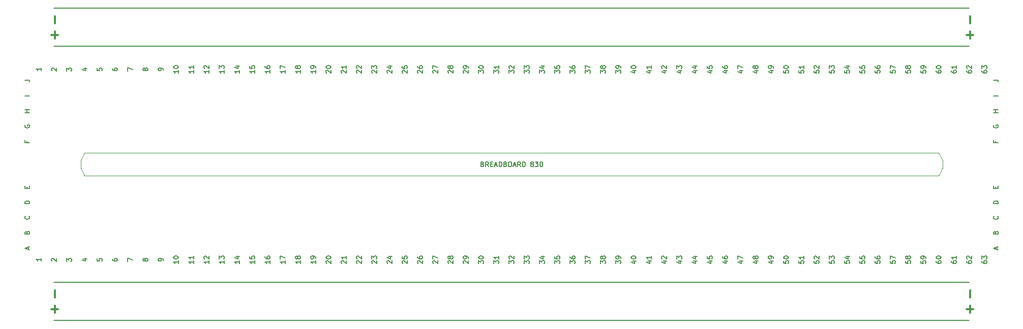
<source format=gto>
G04 #@! TF.GenerationSoftware,KiCad,Pcbnew,(5.1.8)-1*
G04 #@! TF.CreationDate,2021-02-07T23:28:57+01:00*
G04 #@! TF.ProjectId,Breadboard 830,42726561-6462-46f6-9172-64203833302e,rev?*
G04 #@! TF.SameCoordinates,Original*
G04 #@! TF.FileFunction,Legend,Top*
G04 #@! TF.FilePolarity,Positive*
%FSLAX46Y46*%
G04 Gerber Fmt 4.6, Leading zero omitted, Abs format (unit mm)*
G04 Created by KiCad (PCBNEW (5.1.8)-1) date 2021-02-07 23:28:57*
%MOMM*%
%LPD*%
G01*
G04 APERTURE LIST*
%ADD10C,0.150000*%
%ADD11C,0.300000*%
%ADD12C,0.120000*%
%ADD13C,0.200000*%
G04 APERTURE END LIST*
D10*
X160242857Y-95192857D02*
X160357142Y-95230952D01*
X160395238Y-95269047D01*
X160433333Y-95345238D01*
X160433333Y-95459523D01*
X160395238Y-95535714D01*
X160357142Y-95573809D01*
X160280952Y-95611904D01*
X159976190Y-95611904D01*
X159976190Y-94811904D01*
X160242857Y-94811904D01*
X160319047Y-94850000D01*
X160357142Y-94888095D01*
X160395238Y-94964285D01*
X160395238Y-95040476D01*
X160357142Y-95116666D01*
X160319047Y-95154761D01*
X160242857Y-95192857D01*
X159976190Y-95192857D01*
X161233333Y-95611904D02*
X160966666Y-95230952D01*
X160776190Y-95611904D02*
X160776190Y-94811904D01*
X161080952Y-94811904D01*
X161157142Y-94850000D01*
X161195238Y-94888095D01*
X161233333Y-94964285D01*
X161233333Y-95078571D01*
X161195238Y-95154761D01*
X161157142Y-95192857D01*
X161080952Y-95230952D01*
X160776190Y-95230952D01*
X161576190Y-95192857D02*
X161842857Y-95192857D01*
X161957142Y-95611904D02*
X161576190Y-95611904D01*
X161576190Y-94811904D01*
X161957142Y-94811904D01*
X162261904Y-95383333D02*
X162642857Y-95383333D01*
X162185714Y-95611904D02*
X162452380Y-94811904D01*
X162719047Y-95611904D01*
X162985714Y-95611904D02*
X162985714Y-94811904D01*
X163176190Y-94811904D01*
X163290476Y-94850000D01*
X163366666Y-94926190D01*
X163404761Y-95002380D01*
X163442857Y-95154761D01*
X163442857Y-95269047D01*
X163404761Y-95421428D01*
X163366666Y-95497619D01*
X163290476Y-95573809D01*
X163176190Y-95611904D01*
X162985714Y-95611904D01*
X164052380Y-95192857D02*
X164166666Y-95230952D01*
X164204761Y-95269047D01*
X164242857Y-95345238D01*
X164242857Y-95459523D01*
X164204761Y-95535714D01*
X164166666Y-95573809D01*
X164090476Y-95611904D01*
X163785714Y-95611904D01*
X163785714Y-94811904D01*
X164052380Y-94811904D01*
X164128571Y-94850000D01*
X164166666Y-94888095D01*
X164204761Y-94964285D01*
X164204761Y-95040476D01*
X164166666Y-95116666D01*
X164128571Y-95154761D01*
X164052380Y-95192857D01*
X163785714Y-95192857D01*
X164738095Y-94811904D02*
X164890476Y-94811904D01*
X164966666Y-94850000D01*
X165042857Y-94926190D01*
X165080952Y-95078571D01*
X165080952Y-95345238D01*
X165042857Y-95497619D01*
X164966666Y-95573809D01*
X164890476Y-95611904D01*
X164738095Y-95611904D01*
X164661904Y-95573809D01*
X164585714Y-95497619D01*
X164547619Y-95345238D01*
X164547619Y-95078571D01*
X164585714Y-94926190D01*
X164661904Y-94850000D01*
X164738095Y-94811904D01*
X165385714Y-95383333D02*
X165766666Y-95383333D01*
X165309523Y-95611904D02*
X165576190Y-94811904D01*
X165842857Y-95611904D01*
X166566666Y-95611904D02*
X166300000Y-95230952D01*
X166109523Y-95611904D02*
X166109523Y-94811904D01*
X166414285Y-94811904D01*
X166490476Y-94850000D01*
X166528571Y-94888095D01*
X166566666Y-94964285D01*
X166566666Y-95078571D01*
X166528571Y-95154761D01*
X166490476Y-95192857D01*
X166414285Y-95230952D01*
X166109523Y-95230952D01*
X166909523Y-95611904D02*
X166909523Y-94811904D01*
X167100000Y-94811904D01*
X167214285Y-94850000D01*
X167290476Y-94926190D01*
X167328571Y-95002380D01*
X167366666Y-95154761D01*
X167366666Y-95269047D01*
X167328571Y-95421428D01*
X167290476Y-95497619D01*
X167214285Y-95573809D01*
X167100000Y-95611904D01*
X166909523Y-95611904D01*
X168433333Y-95154761D02*
X168357142Y-95116666D01*
X168319047Y-95078571D01*
X168280952Y-95002380D01*
X168280952Y-94964285D01*
X168319047Y-94888095D01*
X168357142Y-94850000D01*
X168433333Y-94811904D01*
X168585714Y-94811904D01*
X168661904Y-94850000D01*
X168700000Y-94888095D01*
X168738095Y-94964285D01*
X168738095Y-95002380D01*
X168700000Y-95078571D01*
X168661904Y-95116666D01*
X168585714Y-95154761D01*
X168433333Y-95154761D01*
X168357142Y-95192857D01*
X168319047Y-95230952D01*
X168280952Y-95307142D01*
X168280952Y-95459523D01*
X168319047Y-95535714D01*
X168357142Y-95573809D01*
X168433333Y-95611904D01*
X168585714Y-95611904D01*
X168661904Y-95573809D01*
X168700000Y-95535714D01*
X168738095Y-95459523D01*
X168738095Y-95307142D01*
X168700000Y-95230952D01*
X168661904Y-95192857D01*
X168585714Y-95154761D01*
X169004761Y-94811904D02*
X169500000Y-94811904D01*
X169233333Y-95116666D01*
X169347619Y-95116666D01*
X169423809Y-95154761D01*
X169461904Y-95192857D01*
X169500000Y-95269047D01*
X169500000Y-95459523D01*
X169461904Y-95535714D01*
X169423809Y-95573809D01*
X169347619Y-95611904D01*
X169119047Y-95611904D01*
X169042857Y-95573809D01*
X169004761Y-95535714D01*
X169995238Y-94811904D02*
X170071428Y-94811904D01*
X170147619Y-94850000D01*
X170185714Y-94888095D01*
X170223809Y-94964285D01*
X170261904Y-95116666D01*
X170261904Y-95307142D01*
X170223809Y-95459523D01*
X170185714Y-95535714D01*
X170147619Y-95573809D01*
X170071428Y-95611904D01*
X169995238Y-95611904D01*
X169919047Y-95573809D01*
X169880952Y-95535714D01*
X169842857Y-95459523D01*
X169804761Y-95307142D01*
X169804761Y-95116666D01*
X169842857Y-94964285D01*
X169880952Y-94888095D01*
X169919047Y-94850000D01*
X169995238Y-94811904D01*
D11*
X241407142Y-74231428D02*
X241407142Y-73088571D01*
X241978571Y-73660000D02*
X240835714Y-73660000D01*
X241407142Y-71691428D02*
X241407142Y-70548571D01*
X241407142Y-119951428D02*
X241407142Y-118808571D01*
X241978571Y-119380000D02*
X240835714Y-119380000D01*
X241407142Y-117411428D02*
X241407142Y-116268571D01*
X89007142Y-119951428D02*
X89007142Y-118808571D01*
X89578571Y-119380000D02*
X88435714Y-119380000D01*
X89007142Y-117411428D02*
X89007142Y-116268571D01*
D10*
X164661904Y-80022619D02*
X164661904Y-79527380D01*
X164966666Y-79794047D01*
X164966666Y-79679761D01*
X165004761Y-79603571D01*
X165042857Y-79565476D01*
X165119047Y-79527380D01*
X165309523Y-79527380D01*
X165385714Y-79565476D01*
X165423809Y-79603571D01*
X165461904Y-79679761D01*
X165461904Y-79908333D01*
X165423809Y-79984523D01*
X165385714Y-80022619D01*
X164738095Y-79222619D02*
X164700000Y-79184523D01*
X164661904Y-79108333D01*
X164661904Y-78917857D01*
X164700000Y-78841666D01*
X164738095Y-78803571D01*
X164814285Y-78765476D01*
X164890476Y-78765476D01*
X165004761Y-78803571D01*
X165461904Y-79260714D01*
X165461904Y-78765476D01*
X162121904Y-80022619D02*
X162121904Y-79527380D01*
X162426666Y-79794047D01*
X162426666Y-79679761D01*
X162464761Y-79603571D01*
X162502857Y-79565476D01*
X162579047Y-79527380D01*
X162769523Y-79527380D01*
X162845714Y-79565476D01*
X162883809Y-79603571D01*
X162921904Y-79679761D01*
X162921904Y-79908333D01*
X162883809Y-79984523D01*
X162845714Y-80022619D01*
X162921904Y-78765476D02*
X162921904Y-79222619D01*
X162921904Y-78994047D02*
X162121904Y-78994047D01*
X162236190Y-79070238D01*
X162312380Y-79146428D01*
X162350476Y-79222619D01*
X240861904Y-79603571D02*
X240861904Y-79755952D01*
X240900000Y-79832142D01*
X240938095Y-79870238D01*
X241052380Y-79946428D01*
X241204761Y-79984523D01*
X241509523Y-79984523D01*
X241585714Y-79946428D01*
X241623809Y-79908333D01*
X241661904Y-79832142D01*
X241661904Y-79679761D01*
X241623809Y-79603571D01*
X241585714Y-79565476D01*
X241509523Y-79527380D01*
X241319047Y-79527380D01*
X241242857Y-79565476D01*
X241204761Y-79603571D01*
X241166666Y-79679761D01*
X241166666Y-79832142D01*
X241204761Y-79908333D01*
X241242857Y-79946428D01*
X241319047Y-79984523D01*
X240938095Y-79222619D02*
X240900000Y-79184523D01*
X240861904Y-79108333D01*
X240861904Y-78917857D01*
X240900000Y-78841666D01*
X240938095Y-78803571D01*
X241014285Y-78765476D01*
X241090476Y-78765476D01*
X241204761Y-78803571D01*
X241661904Y-79260714D01*
X241661904Y-78765476D01*
X208108571Y-79603571D02*
X208641904Y-79603571D01*
X207803809Y-79794047D02*
X208375238Y-79984523D01*
X208375238Y-79489285D01*
X208641904Y-79146428D02*
X208641904Y-78994047D01*
X208603809Y-78917857D01*
X208565714Y-78879761D01*
X208451428Y-78803571D01*
X208299047Y-78765476D01*
X207994285Y-78765476D01*
X207918095Y-78803571D01*
X207880000Y-78841666D01*
X207841904Y-78917857D01*
X207841904Y-79070238D01*
X207880000Y-79146428D01*
X207918095Y-79184523D01*
X207994285Y-79222619D01*
X208184761Y-79222619D01*
X208260952Y-79184523D01*
X208299047Y-79146428D01*
X208337142Y-79070238D01*
X208337142Y-78917857D01*
X208299047Y-78841666D01*
X208260952Y-78803571D01*
X208184761Y-78765476D01*
X210381904Y-79565476D02*
X210381904Y-79946428D01*
X210762857Y-79984523D01*
X210724761Y-79946428D01*
X210686666Y-79870238D01*
X210686666Y-79679761D01*
X210724761Y-79603571D01*
X210762857Y-79565476D01*
X210839047Y-79527380D01*
X211029523Y-79527380D01*
X211105714Y-79565476D01*
X211143809Y-79603571D01*
X211181904Y-79679761D01*
X211181904Y-79870238D01*
X211143809Y-79946428D01*
X211105714Y-79984523D01*
X210381904Y-79032142D02*
X210381904Y-78955952D01*
X210420000Y-78879761D01*
X210458095Y-78841666D01*
X210534285Y-78803571D01*
X210686666Y-78765476D01*
X210877142Y-78765476D01*
X211029523Y-78803571D01*
X211105714Y-78841666D01*
X211143809Y-78879761D01*
X211181904Y-78955952D01*
X211181904Y-79032142D01*
X211143809Y-79108333D01*
X211105714Y-79146428D01*
X211029523Y-79184523D01*
X210877142Y-79222619D01*
X210686666Y-79222619D01*
X210534285Y-79184523D01*
X210458095Y-79146428D01*
X210420000Y-79108333D01*
X210381904Y-79032142D01*
X218001904Y-79565476D02*
X218001904Y-79946428D01*
X218382857Y-79984523D01*
X218344761Y-79946428D01*
X218306666Y-79870238D01*
X218306666Y-79679761D01*
X218344761Y-79603571D01*
X218382857Y-79565476D01*
X218459047Y-79527380D01*
X218649523Y-79527380D01*
X218725714Y-79565476D01*
X218763809Y-79603571D01*
X218801904Y-79679761D01*
X218801904Y-79870238D01*
X218763809Y-79946428D01*
X218725714Y-79984523D01*
X218001904Y-79260714D02*
X218001904Y-78765476D01*
X218306666Y-79032142D01*
X218306666Y-78917857D01*
X218344761Y-78841666D01*
X218382857Y-78803571D01*
X218459047Y-78765476D01*
X218649523Y-78765476D01*
X218725714Y-78803571D01*
X218763809Y-78841666D01*
X218801904Y-78917857D01*
X218801904Y-79146428D01*
X218763809Y-79222619D01*
X218725714Y-79260714D01*
X225621904Y-79565476D02*
X225621904Y-79946428D01*
X226002857Y-79984523D01*
X225964761Y-79946428D01*
X225926666Y-79870238D01*
X225926666Y-79679761D01*
X225964761Y-79603571D01*
X226002857Y-79565476D01*
X226079047Y-79527380D01*
X226269523Y-79527380D01*
X226345714Y-79565476D01*
X226383809Y-79603571D01*
X226421904Y-79679761D01*
X226421904Y-79870238D01*
X226383809Y-79946428D01*
X226345714Y-79984523D01*
X225621904Y-78841666D02*
X225621904Y-78994047D01*
X225660000Y-79070238D01*
X225698095Y-79108333D01*
X225812380Y-79184523D01*
X225964761Y-79222619D01*
X226269523Y-79222619D01*
X226345714Y-79184523D01*
X226383809Y-79146428D01*
X226421904Y-79070238D01*
X226421904Y-78917857D01*
X226383809Y-78841666D01*
X226345714Y-78803571D01*
X226269523Y-78765476D01*
X226079047Y-78765476D01*
X226002857Y-78803571D01*
X225964761Y-78841666D01*
X225926666Y-78917857D01*
X225926666Y-79070238D01*
X225964761Y-79146428D01*
X226002857Y-79184523D01*
X226079047Y-79222619D01*
X235781904Y-79603571D02*
X235781904Y-79755952D01*
X235820000Y-79832142D01*
X235858095Y-79870238D01*
X235972380Y-79946428D01*
X236124761Y-79984523D01*
X236429523Y-79984523D01*
X236505714Y-79946428D01*
X236543809Y-79908333D01*
X236581904Y-79832142D01*
X236581904Y-79679761D01*
X236543809Y-79603571D01*
X236505714Y-79565476D01*
X236429523Y-79527380D01*
X236239047Y-79527380D01*
X236162857Y-79565476D01*
X236124761Y-79603571D01*
X236086666Y-79679761D01*
X236086666Y-79832142D01*
X236124761Y-79908333D01*
X236162857Y-79946428D01*
X236239047Y-79984523D01*
X235781904Y-79032142D02*
X235781904Y-78955952D01*
X235820000Y-78879761D01*
X235858095Y-78841666D01*
X235934285Y-78803571D01*
X236086666Y-78765476D01*
X236277142Y-78765476D01*
X236429523Y-78803571D01*
X236505714Y-78841666D01*
X236543809Y-78879761D01*
X236581904Y-78955952D01*
X236581904Y-79032142D01*
X236543809Y-79108333D01*
X236505714Y-79146428D01*
X236429523Y-79184523D01*
X236277142Y-79222619D01*
X236086666Y-79222619D01*
X235934285Y-79184523D01*
X235858095Y-79146428D01*
X235820000Y-79108333D01*
X235781904Y-79032142D01*
X223081904Y-79565476D02*
X223081904Y-79946428D01*
X223462857Y-79984523D01*
X223424761Y-79946428D01*
X223386666Y-79870238D01*
X223386666Y-79679761D01*
X223424761Y-79603571D01*
X223462857Y-79565476D01*
X223539047Y-79527380D01*
X223729523Y-79527380D01*
X223805714Y-79565476D01*
X223843809Y-79603571D01*
X223881904Y-79679761D01*
X223881904Y-79870238D01*
X223843809Y-79946428D01*
X223805714Y-79984523D01*
X223081904Y-78803571D02*
X223081904Y-79184523D01*
X223462857Y-79222619D01*
X223424761Y-79184523D01*
X223386666Y-79108333D01*
X223386666Y-78917857D01*
X223424761Y-78841666D01*
X223462857Y-78803571D01*
X223539047Y-78765476D01*
X223729523Y-78765476D01*
X223805714Y-78803571D01*
X223843809Y-78841666D01*
X223881904Y-78917857D01*
X223881904Y-79108333D01*
X223843809Y-79184523D01*
X223805714Y-79222619D01*
X238321904Y-79603571D02*
X238321904Y-79755952D01*
X238360000Y-79832142D01*
X238398095Y-79870238D01*
X238512380Y-79946428D01*
X238664761Y-79984523D01*
X238969523Y-79984523D01*
X239045714Y-79946428D01*
X239083809Y-79908333D01*
X239121904Y-79832142D01*
X239121904Y-79679761D01*
X239083809Y-79603571D01*
X239045714Y-79565476D01*
X238969523Y-79527380D01*
X238779047Y-79527380D01*
X238702857Y-79565476D01*
X238664761Y-79603571D01*
X238626666Y-79679761D01*
X238626666Y-79832142D01*
X238664761Y-79908333D01*
X238702857Y-79946428D01*
X238779047Y-79984523D01*
X239121904Y-78765476D02*
X239121904Y-79222619D01*
X239121904Y-78994047D02*
X238321904Y-78994047D01*
X238436190Y-79070238D01*
X238512380Y-79146428D01*
X238550476Y-79222619D01*
X230701904Y-79565476D02*
X230701904Y-79946428D01*
X231082857Y-79984523D01*
X231044761Y-79946428D01*
X231006666Y-79870238D01*
X231006666Y-79679761D01*
X231044761Y-79603571D01*
X231082857Y-79565476D01*
X231159047Y-79527380D01*
X231349523Y-79527380D01*
X231425714Y-79565476D01*
X231463809Y-79603571D01*
X231501904Y-79679761D01*
X231501904Y-79870238D01*
X231463809Y-79946428D01*
X231425714Y-79984523D01*
X231044761Y-79070238D02*
X231006666Y-79146428D01*
X230968571Y-79184523D01*
X230892380Y-79222619D01*
X230854285Y-79222619D01*
X230778095Y-79184523D01*
X230740000Y-79146428D01*
X230701904Y-79070238D01*
X230701904Y-78917857D01*
X230740000Y-78841666D01*
X230778095Y-78803571D01*
X230854285Y-78765476D01*
X230892380Y-78765476D01*
X230968571Y-78803571D01*
X231006666Y-78841666D01*
X231044761Y-78917857D01*
X231044761Y-79070238D01*
X231082857Y-79146428D01*
X231120952Y-79184523D01*
X231197142Y-79222619D01*
X231349523Y-79222619D01*
X231425714Y-79184523D01*
X231463809Y-79146428D01*
X231501904Y-79070238D01*
X231501904Y-78917857D01*
X231463809Y-78841666D01*
X231425714Y-78803571D01*
X231349523Y-78765476D01*
X231197142Y-78765476D01*
X231120952Y-78803571D01*
X231082857Y-78841666D01*
X231044761Y-78917857D01*
X243401904Y-79603571D02*
X243401904Y-79755952D01*
X243440000Y-79832142D01*
X243478095Y-79870238D01*
X243592380Y-79946428D01*
X243744761Y-79984523D01*
X244049523Y-79984523D01*
X244125714Y-79946428D01*
X244163809Y-79908333D01*
X244201904Y-79832142D01*
X244201904Y-79679761D01*
X244163809Y-79603571D01*
X244125714Y-79565476D01*
X244049523Y-79527380D01*
X243859047Y-79527380D01*
X243782857Y-79565476D01*
X243744761Y-79603571D01*
X243706666Y-79679761D01*
X243706666Y-79832142D01*
X243744761Y-79908333D01*
X243782857Y-79946428D01*
X243859047Y-79984523D01*
X243401904Y-79260714D02*
X243401904Y-78765476D01*
X243706666Y-79032142D01*
X243706666Y-78917857D01*
X243744761Y-78841666D01*
X243782857Y-78803571D01*
X243859047Y-78765476D01*
X244049523Y-78765476D01*
X244125714Y-78803571D01*
X244163809Y-78841666D01*
X244201904Y-78917857D01*
X244201904Y-79146428D01*
X244163809Y-79222619D01*
X244125714Y-79260714D01*
X228161904Y-79565476D02*
X228161904Y-79946428D01*
X228542857Y-79984523D01*
X228504761Y-79946428D01*
X228466666Y-79870238D01*
X228466666Y-79679761D01*
X228504761Y-79603571D01*
X228542857Y-79565476D01*
X228619047Y-79527380D01*
X228809523Y-79527380D01*
X228885714Y-79565476D01*
X228923809Y-79603571D01*
X228961904Y-79679761D01*
X228961904Y-79870238D01*
X228923809Y-79946428D01*
X228885714Y-79984523D01*
X228161904Y-79260714D02*
X228161904Y-78727380D01*
X228961904Y-79070238D01*
X167201904Y-80022619D02*
X167201904Y-79527380D01*
X167506666Y-79794047D01*
X167506666Y-79679761D01*
X167544761Y-79603571D01*
X167582857Y-79565476D01*
X167659047Y-79527380D01*
X167849523Y-79527380D01*
X167925714Y-79565476D01*
X167963809Y-79603571D01*
X168001904Y-79679761D01*
X168001904Y-79908333D01*
X167963809Y-79984523D01*
X167925714Y-80022619D01*
X167201904Y-79260714D02*
X167201904Y-78765476D01*
X167506666Y-79032142D01*
X167506666Y-78917857D01*
X167544761Y-78841666D01*
X167582857Y-78803571D01*
X167659047Y-78765476D01*
X167849523Y-78765476D01*
X167925714Y-78803571D01*
X167963809Y-78841666D01*
X168001904Y-78917857D01*
X168001904Y-79146428D01*
X167963809Y-79222619D01*
X167925714Y-79260714D01*
X169741904Y-80022619D02*
X169741904Y-79527380D01*
X170046666Y-79794047D01*
X170046666Y-79679761D01*
X170084761Y-79603571D01*
X170122857Y-79565476D01*
X170199047Y-79527380D01*
X170389523Y-79527380D01*
X170465714Y-79565476D01*
X170503809Y-79603571D01*
X170541904Y-79679761D01*
X170541904Y-79908333D01*
X170503809Y-79984523D01*
X170465714Y-80022619D01*
X170008571Y-78841666D02*
X170541904Y-78841666D01*
X169703809Y-79032142D02*
X170275238Y-79222619D01*
X170275238Y-78727380D01*
X195408571Y-79603571D02*
X195941904Y-79603571D01*
X195103809Y-79794047D02*
X195675238Y-79984523D01*
X195675238Y-79489285D01*
X195408571Y-78841666D02*
X195941904Y-78841666D01*
X195103809Y-79032142D02*
X195675238Y-79222619D01*
X195675238Y-78727380D01*
X215461904Y-79565476D02*
X215461904Y-79946428D01*
X215842857Y-79984523D01*
X215804761Y-79946428D01*
X215766666Y-79870238D01*
X215766666Y-79679761D01*
X215804761Y-79603571D01*
X215842857Y-79565476D01*
X215919047Y-79527380D01*
X216109523Y-79527380D01*
X216185714Y-79565476D01*
X216223809Y-79603571D01*
X216261904Y-79679761D01*
X216261904Y-79870238D01*
X216223809Y-79946428D01*
X216185714Y-79984523D01*
X215538095Y-79222619D02*
X215500000Y-79184523D01*
X215461904Y-79108333D01*
X215461904Y-78917857D01*
X215500000Y-78841666D01*
X215538095Y-78803571D01*
X215614285Y-78765476D01*
X215690476Y-78765476D01*
X215804761Y-78803571D01*
X216261904Y-79260714D01*
X216261904Y-78765476D01*
X220541904Y-79565476D02*
X220541904Y-79946428D01*
X220922857Y-79984523D01*
X220884761Y-79946428D01*
X220846666Y-79870238D01*
X220846666Y-79679761D01*
X220884761Y-79603571D01*
X220922857Y-79565476D01*
X220999047Y-79527380D01*
X221189523Y-79527380D01*
X221265714Y-79565476D01*
X221303809Y-79603571D01*
X221341904Y-79679761D01*
X221341904Y-79870238D01*
X221303809Y-79946428D01*
X221265714Y-79984523D01*
X220808571Y-78841666D02*
X221341904Y-78841666D01*
X220503809Y-79032142D02*
X221075238Y-79222619D01*
X221075238Y-78727380D01*
X172281904Y-80022619D02*
X172281904Y-79527380D01*
X172586666Y-79794047D01*
X172586666Y-79679761D01*
X172624761Y-79603571D01*
X172662857Y-79565476D01*
X172739047Y-79527380D01*
X172929523Y-79527380D01*
X173005714Y-79565476D01*
X173043809Y-79603571D01*
X173081904Y-79679761D01*
X173081904Y-79908333D01*
X173043809Y-79984523D01*
X173005714Y-80022619D01*
X172281904Y-78803571D02*
X172281904Y-79184523D01*
X172662857Y-79222619D01*
X172624761Y-79184523D01*
X172586666Y-79108333D01*
X172586666Y-78917857D01*
X172624761Y-78841666D01*
X172662857Y-78803571D01*
X172739047Y-78765476D01*
X172929523Y-78765476D01*
X173005714Y-78803571D01*
X173043809Y-78841666D01*
X173081904Y-78917857D01*
X173081904Y-79108333D01*
X173043809Y-79184523D01*
X173005714Y-79222619D01*
X174821904Y-80022619D02*
X174821904Y-79527380D01*
X175126666Y-79794047D01*
X175126666Y-79679761D01*
X175164761Y-79603571D01*
X175202857Y-79565476D01*
X175279047Y-79527380D01*
X175469523Y-79527380D01*
X175545714Y-79565476D01*
X175583809Y-79603571D01*
X175621904Y-79679761D01*
X175621904Y-79908333D01*
X175583809Y-79984523D01*
X175545714Y-80022619D01*
X174821904Y-78841666D02*
X174821904Y-78994047D01*
X174860000Y-79070238D01*
X174898095Y-79108333D01*
X175012380Y-79184523D01*
X175164761Y-79222619D01*
X175469523Y-79222619D01*
X175545714Y-79184523D01*
X175583809Y-79146428D01*
X175621904Y-79070238D01*
X175621904Y-78917857D01*
X175583809Y-78841666D01*
X175545714Y-78803571D01*
X175469523Y-78765476D01*
X175279047Y-78765476D01*
X175202857Y-78803571D01*
X175164761Y-78841666D01*
X175126666Y-78917857D01*
X175126666Y-79070238D01*
X175164761Y-79146428D01*
X175202857Y-79184523D01*
X175279047Y-79222619D01*
X233241904Y-79565476D02*
X233241904Y-79946428D01*
X233622857Y-79984523D01*
X233584761Y-79946428D01*
X233546666Y-79870238D01*
X233546666Y-79679761D01*
X233584761Y-79603571D01*
X233622857Y-79565476D01*
X233699047Y-79527380D01*
X233889523Y-79527380D01*
X233965714Y-79565476D01*
X234003809Y-79603571D01*
X234041904Y-79679761D01*
X234041904Y-79870238D01*
X234003809Y-79946428D01*
X233965714Y-79984523D01*
X234041904Y-79146428D02*
X234041904Y-78994047D01*
X234003809Y-78917857D01*
X233965714Y-78879761D01*
X233851428Y-78803571D01*
X233699047Y-78765476D01*
X233394285Y-78765476D01*
X233318095Y-78803571D01*
X233280000Y-78841666D01*
X233241904Y-78917857D01*
X233241904Y-79070238D01*
X233280000Y-79146428D01*
X233318095Y-79184523D01*
X233394285Y-79222619D01*
X233584761Y-79222619D01*
X233660952Y-79184523D01*
X233699047Y-79146428D01*
X233737142Y-79070238D01*
X233737142Y-78917857D01*
X233699047Y-78841666D01*
X233660952Y-78803571D01*
X233584761Y-78765476D01*
X177361904Y-80022619D02*
X177361904Y-79527380D01*
X177666666Y-79794047D01*
X177666666Y-79679761D01*
X177704761Y-79603571D01*
X177742857Y-79565476D01*
X177819047Y-79527380D01*
X178009523Y-79527380D01*
X178085714Y-79565476D01*
X178123809Y-79603571D01*
X178161904Y-79679761D01*
X178161904Y-79908333D01*
X178123809Y-79984523D01*
X178085714Y-80022619D01*
X177361904Y-79260714D02*
X177361904Y-78727380D01*
X178161904Y-79070238D01*
X212921904Y-79565476D02*
X212921904Y-79946428D01*
X213302857Y-79984523D01*
X213264761Y-79946428D01*
X213226666Y-79870238D01*
X213226666Y-79679761D01*
X213264761Y-79603571D01*
X213302857Y-79565476D01*
X213379047Y-79527380D01*
X213569523Y-79527380D01*
X213645714Y-79565476D01*
X213683809Y-79603571D01*
X213721904Y-79679761D01*
X213721904Y-79870238D01*
X213683809Y-79946428D01*
X213645714Y-79984523D01*
X213721904Y-78765476D02*
X213721904Y-79222619D01*
X213721904Y-78994047D02*
X212921904Y-78994047D01*
X213036190Y-79070238D01*
X213112380Y-79146428D01*
X213150476Y-79222619D01*
X179901904Y-80022619D02*
X179901904Y-79527380D01*
X180206666Y-79794047D01*
X180206666Y-79679761D01*
X180244761Y-79603571D01*
X180282857Y-79565476D01*
X180359047Y-79527380D01*
X180549523Y-79527380D01*
X180625714Y-79565476D01*
X180663809Y-79603571D01*
X180701904Y-79679761D01*
X180701904Y-79908333D01*
X180663809Y-79984523D01*
X180625714Y-80022619D01*
X180244761Y-79070238D02*
X180206666Y-79146428D01*
X180168571Y-79184523D01*
X180092380Y-79222619D01*
X180054285Y-79222619D01*
X179978095Y-79184523D01*
X179940000Y-79146428D01*
X179901904Y-79070238D01*
X179901904Y-78917857D01*
X179940000Y-78841666D01*
X179978095Y-78803571D01*
X180054285Y-78765476D01*
X180092380Y-78765476D01*
X180168571Y-78803571D01*
X180206666Y-78841666D01*
X180244761Y-78917857D01*
X180244761Y-79070238D01*
X180282857Y-79146428D01*
X180320952Y-79184523D01*
X180397142Y-79222619D01*
X180549523Y-79222619D01*
X180625714Y-79184523D01*
X180663809Y-79146428D01*
X180701904Y-79070238D01*
X180701904Y-78917857D01*
X180663809Y-78841666D01*
X180625714Y-78803571D01*
X180549523Y-78765476D01*
X180397142Y-78765476D01*
X180320952Y-78803571D01*
X180282857Y-78841666D01*
X180244761Y-78917857D01*
X182441904Y-80022619D02*
X182441904Y-79527380D01*
X182746666Y-79794047D01*
X182746666Y-79679761D01*
X182784761Y-79603571D01*
X182822857Y-79565476D01*
X182899047Y-79527380D01*
X183089523Y-79527380D01*
X183165714Y-79565476D01*
X183203809Y-79603571D01*
X183241904Y-79679761D01*
X183241904Y-79908333D01*
X183203809Y-79984523D01*
X183165714Y-80022619D01*
X183241904Y-79146428D02*
X183241904Y-78994047D01*
X183203809Y-78917857D01*
X183165714Y-78879761D01*
X183051428Y-78803571D01*
X182899047Y-78765476D01*
X182594285Y-78765476D01*
X182518095Y-78803571D01*
X182480000Y-78841666D01*
X182441904Y-78917857D01*
X182441904Y-79070238D01*
X182480000Y-79146428D01*
X182518095Y-79184523D01*
X182594285Y-79222619D01*
X182784761Y-79222619D01*
X182860952Y-79184523D01*
X182899047Y-79146428D01*
X182937142Y-79070238D01*
X182937142Y-78917857D01*
X182899047Y-78841666D01*
X182860952Y-78803571D01*
X182784761Y-78765476D01*
X187788571Y-79603571D02*
X188321904Y-79603571D01*
X187483809Y-79794047D02*
X188055238Y-79984523D01*
X188055238Y-79489285D01*
X188321904Y-78765476D02*
X188321904Y-79222619D01*
X188321904Y-78994047D02*
X187521904Y-78994047D01*
X187636190Y-79070238D01*
X187712380Y-79146428D01*
X187750476Y-79222619D01*
X200488571Y-79603571D02*
X201021904Y-79603571D01*
X200183809Y-79794047D02*
X200755238Y-79984523D01*
X200755238Y-79489285D01*
X200221904Y-78841666D02*
X200221904Y-78994047D01*
X200260000Y-79070238D01*
X200298095Y-79108333D01*
X200412380Y-79184523D01*
X200564761Y-79222619D01*
X200869523Y-79222619D01*
X200945714Y-79184523D01*
X200983809Y-79146428D01*
X201021904Y-79070238D01*
X201021904Y-78917857D01*
X200983809Y-78841666D01*
X200945714Y-78803571D01*
X200869523Y-78765476D01*
X200679047Y-78765476D01*
X200602857Y-78803571D01*
X200564761Y-78841666D01*
X200526666Y-78917857D01*
X200526666Y-79070238D01*
X200564761Y-79146428D01*
X200602857Y-79184523D01*
X200679047Y-79222619D01*
X185248571Y-79603571D02*
X185781904Y-79603571D01*
X184943809Y-79794047D02*
X185515238Y-79984523D01*
X185515238Y-79489285D01*
X184981904Y-79032142D02*
X184981904Y-78955952D01*
X185020000Y-78879761D01*
X185058095Y-78841666D01*
X185134285Y-78803571D01*
X185286666Y-78765476D01*
X185477142Y-78765476D01*
X185629523Y-78803571D01*
X185705714Y-78841666D01*
X185743809Y-78879761D01*
X185781904Y-78955952D01*
X185781904Y-79032142D01*
X185743809Y-79108333D01*
X185705714Y-79146428D01*
X185629523Y-79184523D01*
X185477142Y-79222619D01*
X185286666Y-79222619D01*
X185134285Y-79184523D01*
X185058095Y-79146428D01*
X185020000Y-79108333D01*
X184981904Y-79032142D01*
X190328571Y-79603571D02*
X190861904Y-79603571D01*
X190023809Y-79794047D02*
X190595238Y-79984523D01*
X190595238Y-79489285D01*
X190138095Y-79222619D02*
X190100000Y-79184523D01*
X190061904Y-79108333D01*
X190061904Y-78917857D01*
X190100000Y-78841666D01*
X190138095Y-78803571D01*
X190214285Y-78765476D01*
X190290476Y-78765476D01*
X190404761Y-78803571D01*
X190861904Y-79260714D01*
X190861904Y-78765476D01*
X192868571Y-79603571D02*
X193401904Y-79603571D01*
X192563809Y-79794047D02*
X193135238Y-79984523D01*
X193135238Y-79489285D01*
X192601904Y-79260714D02*
X192601904Y-78765476D01*
X192906666Y-79032142D01*
X192906666Y-78917857D01*
X192944761Y-78841666D01*
X192982857Y-78803571D01*
X193059047Y-78765476D01*
X193249523Y-78765476D01*
X193325714Y-78803571D01*
X193363809Y-78841666D01*
X193401904Y-78917857D01*
X193401904Y-79146428D01*
X193363809Y-79222619D01*
X193325714Y-79260714D01*
X197948571Y-79603571D02*
X198481904Y-79603571D01*
X197643809Y-79794047D02*
X198215238Y-79984523D01*
X198215238Y-79489285D01*
X197681904Y-78803571D02*
X197681904Y-79184523D01*
X198062857Y-79222619D01*
X198024761Y-79184523D01*
X197986666Y-79108333D01*
X197986666Y-78917857D01*
X198024761Y-78841666D01*
X198062857Y-78803571D01*
X198139047Y-78765476D01*
X198329523Y-78765476D01*
X198405714Y-78803571D01*
X198443809Y-78841666D01*
X198481904Y-78917857D01*
X198481904Y-79108333D01*
X198443809Y-79184523D01*
X198405714Y-79222619D01*
X203028571Y-79603571D02*
X203561904Y-79603571D01*
X202723809Y-79794047D02*
X203295238Y-79984523D01*
X203295238Y-79489285D01*
X202761904Y-79260714D02*
X202761904Y-78727380D01*
X203561904Y-79070238D01*
X205568571Y-79603571D02*
X206101904Y-79603571D01*
X205263809Y-79794047D02*
X205835238Y-79984523D01*
X205835238Y-79489285D01*
X205644761Y-79070238D02*
X205606666Y-79146428D01*
X205568571Y-79184523D01*
X205492380Y-79222619D01*
X205454285Y-79222619D01*
X205378095Y-79184523D01*
X205340000Y-79146428D01*
X205301904Y-79070238D01*
X205301904Y-78917857D01*
X205340000Y-78841666D01*
X205378095Y-78803571D01*
X205454285Y-78765476D01*
X205492380Y-78765476D01*
X205568571Y-78803571D01*
X205606666Y-78841666D01*
X205644761Y-78917857D01*
X205644761Y-79070238D01*
X205682857Y-79146428D01*
X205720952Y-79184523D01*
X205797142Y-79222619D01*
X205949523Y-79222619D01*
X206025714Y-79184523D01*
X206063809Y-79146428D01*
X206101904Y-79070238D01*
X206101904Y-78917857D01*
X206063809Y-78841666D01*
X206025714Y-78803571D01*
X205949523Y-78765476D01*
X205797142Y-78765476D01*
X205720952Y-78803571D01*
X205682857Y-78841666D01*
X205644761Y-78917857D01*
X240861904Y-111353571D02*
X240861904Y-111505952D01*
X240900000Y-111582142D01*
X240938095Y-111620238D01*
X241052380Y-111696428D01*
X241204761Y-111734523D01*
X241509523Y-111734523D01*
X241585714Y-111696428D01*
X241623809Y-111658333D01*
X241661904Y-111582142D01*
X241661904Y-111429761D01*
X241623809Y-111353571D01*
X241585714Y-111315476D01*
X241509523Y-111277380D01*
X241319047Y-111277380D01*
X241242857Y-111315476D01*
X241204761Y-111353571D01*
X241166666Y-111429761D01*
X241166666Y-111582142D01*
X241204761Y-111658333D01*
X241242857Y-111696428D01*
X241319047Y-111734523D01*
X240938095Y-110972619D02*
X240900000Y-110934523D01*
X240861904Y-110858333D01*
X240861904Y-110667857D01*
X240900000Y-110591666D01*
X240938095Y-110553571D01*
X241014285Y-110515476D01*
X241090476Y-110515476D01*
X241204761Y-110553571D01*
X241661904Y-111010714D01*
X241661904Y-110515476D01*
X208108571Y-111353571D02*
X208641904Y-111353571D01*
X207803809Y-111544047D02*
X208375238Y-111734523D01*
X208375238Y-111239285D01*
X208641904Y-110896428D02*
X208641904Y-110744047D01*
X208603809Y-110667857D01*
X208565714Y-110629761D01*
X208451428Y-110553571D01*
X208299047Y-110515476D01*
X207994285Y-110515476D01*
X207918095Y-110553571D01*
X207880000Y-110591666D01*
X207841904Y-110667857D01*
X207841904Y-110820238D01*
X207880000Y-110896428D01*
X207918095Y-110934523D01*
X207994285Y-110972619D01*
X208184761Y-110972619D01*
X208260952Y-110934523D01*
X208299047Y-110896428D01*
X208337142Y-110820238D01*
X208337142Y-110667857D01*
X208299047Y-110591666D01*
X208260952Y-110553571D01*
X208184761Y-110515476D01*
X210381904Y-111315476D02*
X210381904Y-111696428D01*
X210762857Y-111734523D01*
X210724761Y-111696428D01*
X210686666Y-111620238D01*
X210686666Y-111429761D01*
X210724761Y-111353571D01*
X210762857Y-111315476D01*
X210839047Y-111277380D01*
X211029523Y-111277380D01*
X211105714Y-111315476D01*
X211143809Y-111353571D01*
X211181904Y-111429761D01*
X211181904Y-111620238D01*
X211143809Y-111696428D01*
X211105714Y-111734523D01*
X210381904Y-110782142D02*
X210381904Y-110705952D01*
X210420000Y-110629761D01*
X210458095Y-110591666D01*
X210534285Y-110553571D01*
X210686666Y-110515476D01*
X210877142Y-110515476D01*
X211029523Y-110553571D01*
X211105714Y-110591666D01*
X211143809Y-110629761D01*
X211181904Y-110705952D01*
X211181904Y-110782142D01*
X211143809Y-110858333D01*
X211105714Y-110896428D01*
X211029523Y-110934523D01*
X210877142Y-110972619D01*
X210686666Y-110972619D01*
X210534285Y-110934523D01*
X210458095Y-110896428D01*
X210420000Y-110858333D01*
X210381904Y-110782142D01*
X218001904Y-111315476D02*
X218001904Y-111696428D01*
X218382857Y-111734523D01*
X218344761Y-111696428D01*
X218306666Y-111620238D01*
X218306666Y-111429761D01*
X218344761Y-111353571D01*
X218382857Y-111315476D01*
X218459047Y-111277380D01*
X218649523Y-111277380D01*
X218725714Y-111315476D01*
X218763809Y-111353571D01*
X218801904Y-111429761D01*
X218801904Y-111620238D01*
X218763809Y-111696428D01*
X218725714Y-111734523D01*
X218001904Y-111010714D02*
X218001904Y-110515476D01*
X218306666Y-110782142D01*
X218306666Y-110667857D01*
X218344761Y-110591666D01*
X218382857Y-110553571D01*
X218459047Y-110515476D01*
X218649523Y-110515476D01*
X218725714Y-110553571D01*
X218763809Y-110591666D01*
X218801904Y-110667857D01*
X218801904Y-110896428D01*
X218763809Y-110972619D01*
X218725714Y-111010714D01*
X225621904Y-111315476D02*
X225621904Y-111696428D01*
X226002857Y-111734523D01*
X225964761Y-111696428D01*
X225926666Y-111620238D01*
X225926666Y-111429761D01*
X225964761Y-111353571D01*
X226002857Y-111315476D01*
X226079047Y-111277380D01*
X226269523Y-111277380D01*
X226345714Y-111315476D01*
X226383809Y-111353571D01*
X226421904Y-111429761D01*
X226421904Y-111620238D01*
X226383809Y-111696428D01*
X226345714Y-111734523D01*
X225621904Y-110591666D02*
X225621904Y-110744047D01*
X225660000Y-110820238D01*
X225698095Y-110858333D01*
X225812380Y-110934523D01*
X225964761Y-110972619D01*
X226269523Y-110972619D01*
X226345714Y-110934523D01*
X226383809Y-110896428D01*
X226421904Y-110820238D01*
X226421904Y-110667857D01*
X226383809Y-110591666D01*
X226345714Y-110553571D01*
X226269523Y-110515476D01*
X226079047Y-110515476D01*
X226002857Y-110553571D01*
X225964761Y-110591666D01*
X225926666Y-110667857D01*
X225926666Y-110820238D01*
X225964761Y-110896428D01*
X226002857Y-110934523D01*
X226079047Y-110972619D01*
X235781904Y-111353571D02*
X235781904Y-111505952D01*
X235820000Y-111582142D01*
X235858095Y-111620238D01*
X235972380Y-111696428D01*
X236124761Y-111734523D01*
X236429523Y-111734523D01*
X236505714Y-111696428D01*
X236543809Y-111658333D01*
X236581904Y-111582142D01*
X236581904Y-111429761D01*
X236543809Y-111353571D01*
X236505714Y-111315476D01*
X236429523Y-111277380D01*
X236239047Y-111277380D01*
X236162857Y-111315476D01*
X236124761Y-111353571D01*
X236086666Y-111429761D01*
X236086666Y-111582142D01*
X236124761Y-111658333D01*
X236162857Y-111696428D01*
X236239047Y-111734523D01*
X235781904Y-110782142D02*
X235781904Y-110705952D01*
X235820000Y-110629761D01*
X235858095Y-110591666D01*
X235934285Y-110553571D01*
X236086666Y-110515476D01*
X236277142Y-110515476D01*
X236429523Y-110553571D01*
X236505714Y-110591666D01*
X236543809Y-110629761D01*
X236581904Y-110705952D01*
X236581904Y-110782142D01*
X236543809Y-110858333D01*
X236505714Y-110896428D01*
X236429523Y-110934523D01*
X236277142Y-110972619D01*
X236086666Y-110972619D01*
X235934285Y-110934523D01*
X235858095Y-110896428D01*
X235820000Y-110858333D01*
X235781904Y-110782142D01*
X223081904Y-111315476D02*
X223081904Y-111696428D01*
X223462857Y-111734523D01*
X223424761Y-111696428D01*
X223386666Y-111620238D01*
X223386666Y-111429761D01*
X223424761Y-111353571D01*
X223462857Y-111315476D01*
X223539047Y-111277380D01*
X223729523Y-111277380D01*
X223805714Y-111315476D01*
X223843809Y-111353571D01*
X223881904Y-111429761D01*
X223881904Y-111620238D01*
X223843809Y-111696428D01*
X223805714Y-111734523D01*
X223081904Y-110553571D02*
X223081904Y-110934523D01*
X223462857Y-110972619D01*
X223424761Y-110934523D01*
X223386666Y-110858333D01*
X223386666Y-110667857D01*
X223424761Y-110591666D01*
X223462857Y-110553571D01*
X223539047Y-110515476D01*
X223729523Y-110515476D01*
X223805714Y-110553571D01*
X223843809Y-110591666D01*
X223881904Y-110667857D01*
X223881904Y-110858333D01*
X223843809Y-110934523D01*
X223805714Y-110972619D01*
X238321904Y-111353571D02*
X238321904Y-111505952D01*
X238360000Y-111582142D01*
X238398095Y-111620238D01*
X238512380Y-111696428D01*
X238664761Y-111734523D01*
X238969523Y-111734523D01*
X239045714Y-111696428D01*
X239083809Y-111658333D01*
X239121904Y-111582142D01*
X239121904Y-111429761D01*
X239083809Y-111353571D01*
X239045714Y-111315476D01*
X238969523Y-111277380D01*
X238779047Y-111277380D01*
X238702857Y-111315476D01*
X238664761Y-111353571D01*
X238626666Y-111429761D01*
X238626666Y-111582142D01*
X238664761Y-111658333D01*
X238702857Y-111696428D01*
X238779047Y-111734523D01*
X239121904Y-110515476D02*
X239121904Y-110972619D01*
X239121904Y-110744047D02*
X238321904Y-110744047D01*
X238436190Y-110820238D01*
X238512380Y-110896428D01*
X238550476Y-110972619D01*
X230701904Y-111315476D02*
X230701904Y-111696428D01*
X231082857Y-111734523D01*
X231044761Y-111696428D01*
X231006666Y-111620238D01*
X231006666Y-111429761D01*
X231044761Y-111353571D01*
X231082857Y-111315476D01*
X231159047Y-111277380D01*
X231349523Y-111277380D01*
X231425714Y-111315476D01*
X231463809Y-111353571D01*
X231501904Y-111429761D01*
X231501904Y-111620238D01*
X231463809Y-111696428D01*
X231425714Y-111734523D01*
X231044761Y-110820238D02*
X231006666Y-110896428D01*
X230968571Y-110934523D01*
X230892380Y-110972619D01*
X230854285Y-110972619D01*
X230778095Y-110934523D01*
X230740000Y-110896428D01*
X230701904Y-110820238D01*
X230701904Y-110667857D01*
X230740000Y-110591666D01*
X230778095Y-110553571D01*
X230854285Y-110515476D01*
X230892380Y-110515476D01*
X230968571Y-110553571D01*
X231006666Y-110591666D01*
X231044761Y-110667857D01*
X231044761Y-110820238D01*
X231082857Y-110896428D01*
X231120952Y-110934523D01*
X231197142Y-110972619D01*
X231349523Y-110972619D01*
X231425714Y-110934523D01*
X231463809Y-110896428D01*
X231501904Y-110820238D01*
X231501904Y-110667857D01*
X231463809Y-110591666D01*
X231425714Y-110553571D01*
X231349523Y-110515476D01*
X231197142Y-110515476D01*
X231120952Y-110553571D01*
X231082857Y-110591666D01*
X231044761Y-110667857D01*
X243401904Y-111353571D02*
X243401904Y-111505952D01*
X243440000Y-111582142D01*
X243478095Y-111620238D01*
X243592380Y-111696428D01*
X243744761Y-111734523D01*
X244049523Y-111734523D01*
X244125714Y-111696428D01*
X244163809Y-111658333D01*
X244201904Y-111582142D01*
X244201904Y-111429761D01*
X244163809Y-111353571D01*
X244125714Y-111315476D01*
X244049523Y-111277380D01*
X243859047Y-111277380D01*
X243782857Y-111315476D01*
X243744761Y-111353571D01*
X243706666Y-111429761D01*
X243706666Y-111582142D01*
X243744761Y-111658333D01*
X243782857Y-111696428D01*
X243859047Y-111734523D01*
X243401904Y-111010714D02*
X243401904Y-110515476D01*
X243706666Y-110782142D01*
X243706666Y-110667857D01*
X243744761Y-110591666D01*
X243782857Y-110553571D01*
X243859047Y-110515476D01*
X244049523Y-110515476D01*
X244125714Y-110553571D01*
X244163809Y-110591666D01*
X244201904Y-110667857D01*
X244201904Y-110896428D01*
X244163809Y-110972619D01*
X244125714Y-111010714D01*
X228161904Y-111315476D02*
X228161904Y-111696428D01*
X228542857Y-111734523D01*
X228504761Y-111696428D01*
X228466666Y-111620238D01*
X228466666Y-111429761D01*
X228504761Y-111353571D01*
X228542857Y-111315476D01*
X228619047Y-111277380D01*
X228809523Y-111277380D01*
X228885714Y-111315476D01*
X228923809Y-111353571D01*
X228961904Y-111429761D01*
X228961904Y-111620238D01*
X228923809Y-111696428D01*
X228885714Y-111734523D01*
X228161904Y-111010714D02*
X228161904Y-110477380D01*
X228961904Y-110820238D01*
X167201904Y-111772619D02*
X167201904Y-111277380D01*
X167506666Y-111544047D01*
X167506666Y-111429761D01*
X167544761Y-111353571D01*
X167582857Y-111315476D01*
X167659047Y-111277380D01*
X167849523Y-111277380D01*
X167925714Y-111315476D01*
X167963809Y-111353571D01*
X168001904Y-111429761D01*
X168001904Y-111658333D01*
X167963809Y-111734523D01*
X167925714Y-111772619D01*
X167201904Y-111010714D02*
X167201904Y-110515476D01*
X167506666Y-110782142D01*
X167506666Y-110667857D01*
X167544761Y-110591666D01*
X167582857Y-110553571D01*
X167659047Y-110515476D01*
X167849523Y-110515476D01*
X167925714Y-110553571D01*
X167963809Y-110591666D01*
X168001904Y-110667857D01*
X168001904Y-110896428D01*
X167963809Y-110972619D01*
X167925714Y-111010714D01*
X169741904Y-111772619D02*
X169741904Y-111277380D01*
X170046666Y-111544047D01*
X170046666Y-111429761D01*
X170084761Y-111353571D01*
X170122857Y-111315476D01*
X170199047Y-111277380D01*
X170389523Y-111277380D01*
X170465714Y-111315476D01*
X170503809Y-111353571D01*
X170541904Y-111429761D01*
X170541904Y-111658333D01*
X170503809Y-111734523D01*
X170465714Y-111772619D01*
X170008571Y-110591666D02*
X170541904Y-110591666D01*
X169703809Y-110782142D02*
X170275238Y-110972619D01*
X170275238Y-110477380D01*
X195408571Y-111353571D02*
X195941904Y-111353571D01*
X195103809Y-111544047D02*
X195675238Y-111734523D01*
X195675238Y-111239285D01*
X195408571Y-110591666D02*
X195941904Y-110591666D01*
X195103809Y-110782142D02*
X195675238Y-110972619D01*
X195675238Y-110477380D01*
X215461904Y-111315476D02*
X215461904Y-111696428D01*
X215842857Y-111734523D01*
X215804761Y-111696428D01*
X215766666Y-111620238D01*
X215766666Y-111429761D01*
X215804761Y-111353571D01*
X215842857Y-111315476D01*
X215919047Y-111277380D01*
X216109523Y-111277380D01*
X216185714Y-111315476D01*
X216223809Y-111353571D01*
X216261904Y-111429761D01*
X216261904Y-111620238D01*
X216223809Y-111696428D01*
X216185714Y-111734523D01*
X215538095Y-110972619D02*
X215500000Y-110934523D01*
X215461904Y-110858333D01*
X215461904Y-110667857D01*
X215500000Y-110591666D01*
X215538095Y-110553571D01*
X215614285Y-110515476D01*
X215690476Y-110515476D01*
X215804761Y-110553571D01*
X216261904Y-111010714D01*
X216261904Y-110515476D01*
X220541904Y-111315476D02*
X220541904Y-111696428D01*
X220922857Y-111734523D01*
X220884761Y-111696428D01*
X220846666Y-111620238D01*
X220846666Y-111429761D01*
X220884761Y-111353571D01*
X220922857Y-111315476D01*
X220999047Y-111277380D01*
X221189523Y-111277380D01*
X221265714Y-111315476D01*
X221303809Y-111353571D01*
X221341904Y-111429761D01*
X221341904Y-111620238D01*
X221303809Y-111696428D01*
X221265714Y-111734523D01*
X220808571Y-110591666D02*
X221341904Y-110591666D01*
X220503809Y-110782142D02*
X221075238Y-110972619D01*
X221075238Y-110477380D01*
X172281904Y-111772619D02*
X172281904Y-111277380D01*
X172586666Y-111544047D01*
X172586666Y-111429761D01*
X172624761Y-111353571D01*
X172662857Y-111315476D01*
X172739047Y-111277380D01*
X172929523Y-111277380D01*
X173005714Y-111315476D01*
X173043809Y-111353571D01*
X173081904Y-111429761D01*
X173081904Y-111658333D01*
X173043809Y-111734523D01*
X173005714Y-111772619D01*
X172281904Y-110553571D02*
X172281904Y-110934523D01*
X172662857Y-110972619D01*
X172624761Y-110934523D01*
X172586666Y-110858333D01*
X172586666Y-110667857D01*
X172624761Y-110591666D01*
X172662857Y-110553571D01*
X172739047Y-110515476D01*
X172929523Y-110515476D01*
X173005714Y-110553571D01*
X173043809Y-110591666D01*
X173081904Y-110667857D01*
X173081904Y-110858333D01*
X173043809Y-110934523D01*
X173005714Y-110972619D01*
X174821904Y-111772619D02*
X174821904Y-111277380D01*
X175126666Y-111544047D01*
X175126666Y-111429761D01*
X175164761Y-111353571D01*
X175202857Y-111315476D01*
X175279047Y-111277380D01*
X175469523Y-111277380D01*
X175545714Y-111315476D01*
X175583809Y-111353571D01*
X175621904Y-111429761D01*
X175621904Y-111658333D01*
X175583809Y-111734523D01*
X175545714Y-111772619D01*
X174821904Y-110591666D02*
X174821904Y-110744047D01*
X174860000Y-110820238D01*
X174898095Y-110858333D01*
X175012380Y-110934523D01*
X175164761Y-110972619D01*
X175469523Y-110972619D01*
X175545714Y-110934523D01*
X175583809Y-110896428D01*
X175621904Y-110820238D01*
X175621904Y-110667857D01*
X175583809Y-110591666D01*
X175545714Y-110553571D01*
X175469523Y-110515476D01*
X175279047Y-110515476D01*
X175202857Y-110553571D01*
X175164761Y-110591666D01*
X175126666Y-110667857D01*
X175126666Y-110820238D01*
X175164761Y-110896428D01*
X175202857Y-110934523D01*
X175279047Y-110972619D01*
X233241904Y-111315476D02*
X233241904Y-111696428D01*
X233622857Y-111734523D01*
X233584761Y-111696428D01*
X233546666Y-111620238D01*
X233546666Y-111429761D01*
X233584761Y-111353571D01*
X233622857Y-111315476D01*
X233699047Y-111277380D01*
X233889523Y-111277380D01*
X233965714Y-111315476D01*
X234003809Y-111353571D01*
X234041904Y-111429761D01*
X234041904Y-111620238D01*
X234003809Y-111696428D01*
X233965714Y-111734523D01*
X234041904Y-110896428D02*
X234041904Y-110744047D01*
X234003809Y-110667857D01*
X233965714Y-110629761D01*
X233851428Y-110553571D01*
X233699047Y-110515476D01*
X233394285Y-110515476D01*
X233318095Y-110553571D01*
X233280000Y-110591666D01*
X233241904Y-110667857D01*
X233241904Y-110820238D01*
X233280000Y-110896428D01*
X233318095Y-110934523D01*
X233394285Y-110972619D01*
X233584761Y-110972619D01*
X233660952Y-110934523D01*
X233699047Y-110896428D01*
X233737142Y-110820238D01*
X233737142Y-110667857D01*
X233699047Y-110591666D01*
X233660952Y-110553571D01*
X233584761Y-110515476D01*
X177361904Y-111772619D02*
X177361904Y-111277380D01*
X177666666Y-111544047D01*
X177666666Y-111429761D01*
X177704761Y-111353571D01*
X177742857Y-111315476D01*
X177819047Y-111277380D01*
X178009523Y-111277380D01*
X178085714Y-111315476D01*
X178123809Y-111353571D01*
X178161904Y-111429761D01*
X178161904Y-111658333D01*
X178123809Y-111734523D01*
X178085714Y-111772619D01*
X177361904Y-111010714D02*
X177361904Y-110477380D01*
X178161904Y-110820238D01*
X212921904Y-111315476D02*
X212921904Y-111696428D01*
X213302857Y-111734523D01*
X213264761Y-111696428D01*
X213226666Y-111620238D01*
X213226666Y-111429761D01*
X213264761Y-111353571D01*
X213302857Y-111315476D01*
X213379047Y-111277380D01*
X213569523Y-111277380D01*
X213645714Y-111315476D01*
X213683809Y-111353571D01*
X213721904Y-111429761D01*
X213721904Y-111620238D01*
X213683809Y-111696428D01*
X213645714Y-111734523D01*
X213721904Y-110515476D02*
X213721904Y-110972619D01*
X213721904Y-110744047D02*
X212921904Y-110744047D01*
X213036190Y-110820238D01*
X213112380Y-110896428D01*
X213150476Y-110972619D01*
X179901904Y-111772619D02*
X179901904Y-111277380D01*
X180206666Y-111544047D01*
X180206666Y-111429761D01*
X180244761Y-111353571D01*
X180282857Y-111315476D01*
X180359047Y-111277380D01*
X180549523Y-111277380D01*
X180625714Y-111315476D01*
X180663809Y-111353571D01*
X180701904Y-111429761D01*
X180701904Y-111658333D01*
X180663809Y-111734523D01*
X180625714Y-111772619D01*
X180244761Y-110820238D02*
X180206666Y-110896428D01*
X180168571Y-110934523D01*
X180092380Y-110972619D01*
X180054285Y-110972619D01*
X179978095Y-110934523D01*
X179940000Y-110896428D01*
X179901904Y-110820238D01*
X179901904Y-110667857D01*
X179940000Y-110591666D01*
X179978095Y-110553571D01*
X180054285Y-110515476D01*
X180092380Y-110515476D01*
X180168571Y-110553571D01*
X180206666Y-110591666D01*
X180244761Y-110667857D01*
X180244761Y-110820238D01*
X180282857Y-110896428D01*
X180320952Y-110934523D01*
X180397142Y-110972619D01*
X180549523Y-110972619D01*
X180625714Y-110934523D01*
X180663809Y-110896428D01*
X180701904Y-110820238D01*
X180701904Y-110667857D01*
X180663809Y-110591666D01*
X180625714Y-110553571D01*
X180549523Y-110515476D01*
X180397142Y-110515476D01*
X180320952Y-110553571D01*
X180282857Y-110591666D01*
X180244761Y-110667857D01*
X182441904Y-111772619D02*
X182441904Y-111277380D01*
X182746666Y-111544047D01*
X182746666Y-111429761D01*
X182784761Y-111353571D01*
X182822857Y-111315476D01*
X182899047Y-111277380D01*
X183089523Y-111277380D01*
X183165714Y-111315476D01*
X183203809Y-111353571D01*
X183241904Y-111429761D01*
X183241904Y-111658333D01*
X183203809Y-111734523D01*
X183165714Y-111772619D01*
X183241904Y-110896428D02*
X183241904Y-110744047D01*
X183203809Y-110667857D01*
X183165714Y-110629761D01*
X183051428Y-110553571D01*
X182899047Y-110515476D01*
X182594285Y-110515476D01*
X182518095Y-110553571D01*
X182480000Y-110591666D01*
X182441904Y-110667857D01*
X182441904Y-110820238D01*
X182480000Y-110896428D01*
X182518095Y-110934523D01*
X182594285Y-110972619D01*
X182784761Y-110972619D01*
X182860952Y-110934523D01*
X182899047Y-110896428D01*
X182937142Y-110820238D01*
X182937142Y-110667857D01*
X182899047Y-110591666D01*
X182860952Y-110553571D01*
X182784761Y-110515476D01*
X187788571Y-111353571D02*
X188321904Y-111353571D01*
X187483809Y-111544047D02*
X188055238Y-111734523D01*
X188055238Y-111239285D01*
X188321904Y-110515476D02*
X188321904Y-110972619D01*
X188321904Y-110744047D02*
X187521904Y-110744047D01*
X187636190Y-110820238D01*
X187712380Y-110896428D01*
X187750476Y-110972619D01*
X200488571Y-111353571D02*
X201021904Y-111353571D01*
X200183809Y-111544047D02*
X200755238Y-111734523D01*
X200755238Y-111239285D01*
X200221904Y-110591666D02*
X200221904Y-110744047D01*
X200260000Y-110820238D01*
X200298095Y-110858333D01*
X200412380Y-110934523D01*
X200564761Y-110972619D01*
X200869523Y-110972619D01*
X200945714Y-110934523D01*
X200983809Y-110896428D01*
X201021904Y-110820238D01*
X201021904Y-110667857D01*
X200983809Y-110591666D01*
X200945714Y-110553571D01*
X200869523Y-110515476D01*
X200679047Y-110515476D01*
X200602857Y-110553571D01*
X200564761Y-110591666D01*
X200526666Y-110667857D01*
X200526666Y-110820238D01*
X200564761Y-110896428D01*
X200602857Y-110934523D01*
X200679047Y-110972619D01*
X185248571Y-111353571D02*
X185781904Y-111353571D01*
X184943809Y-111544047D02*
X185515238Y-111734523D01*
X185515238Y-111239285D01*
X184981904Y-110782142D02*
X184981904Y-110705952D01*
X185020000Y-110629761D01*
X185058095Y-110591666D01*
X185134285Y-110553571D01*
X185286666Y-110515476D01*
X185477142Y-110515476D01*
X185629523Y-110553571D01*
X185705714Y-110591666D01*
X185743809Y-110629761D01*
X185781904Y-110705952D01*
X185781904Y-110782142D01*
X185743809Y-110858333D01*
X185705714Y-110896428D01*
X185629523Y-110934523D01*
X185477142Y-110972619D01*
X185286666Y-110972619D01*
X185134285Y-110934523D01*
X185058095Y-110896428D01*
X185020000Y-110858333D01*
X184981904Y-110782142D01*
X190328571Y-111353571D02*
X190861904Y-111353571D01*
X190023809Y-111544047D02*
X190595238Y-111734523D01*
X190595238Y-111239285D01*
X190138095Y-110972619D02*
X190100000Y-110934523D01*
X190061904Y-110858333D01*
X190061904Y-110667857D01*
X190100000Y-110591666D01*
X190138095Y-110553571D01*
X190214285Y-110515476D01*
X190290476Y-110515476D01*
X190404761Y-110553571D01*
X190861904Y-111010714D01*
X190861904Y-110515476D01*
X192868571Y-111353571D02*
X193401904Y-111353571D01*
X192563809Y-111544047D02*
X193135238Y-111734523D01*
X193135238Y-111239285D01*
X192601904Y-111010714D02*
X192601904Y-110515476D01*
X192906666Y-110782142D01*
X192906666Y-110667857D01*
X192944761Y-110591666D01*
X192982857Y-110553571D01*
X193059047Y-110515476D01*
X193249523Y-110515476D01*
X193325714Y-110553571D01*
X193363809Y-110591666D01*
X193401904Y-110667857D01*
X193401904Y-110896428D01*
X193363809Y-110972619D01*
X193325714Y-111010714D01*
X197948571Y-111353571D02*
X198481904Y-111353571D01*
X197643809Y-111544047D02*
X198215238Y-111734523D01*
X198215238Y-111239285D01*
X197681904Y-110553571D02*
X197681904Y-110934523D01*
X198062857Y-110972619D01*
X198024761Y-110934523D01*
X197986666Y-110858333D01*
X197986666Y-110667857D01*
X198024761Y-110591666D01*
X198062857Y-110553571D01*
X198139047Y-110515476D01*
X198329523Y-110515476D01*
X198405714Y-110553571D01*
X198443809Y-110591666D01*
X198481904Y-110667857D01*
X198481904Y-110858333D01*
X198443809Y-110934523D01*
X198405714Y-110972619D01*
X203028571Y-111353571D02*
X203561904Y-111353571D01*
X202723809Y-111544047D02*
X203295238Y-111734523D01*
X203295238Y-111239285D01*
X202761904Y-111010714D02*
X202761904Y-110477380D01*
X203561904Y-110820238D01*
X205568571Y-111353571D02*
X206101904Y-111353571D01*
X205263809Y-111544047D02*
X205835238Y-111734523D01*
X205835238Y-111239285D01*
X205644761Y-110820238D02*
X205606666Y-110896428D01*
X205568571Y-110934523D01*
X205492380Y-110972619D01*
X205454285Y-110972619D01*
X205378095Y-110934523D01*
X205340000Y-110896428D01*
X205301904Y-110820238D01*
X205301904Y-110667857D01*
X205340000Y-110591666D01*
X205378095Y-110553571D01*
X205454285Y-110515476D01*
X205492380Y-110515476D01*
X205568571Y-110553571D01*
X205606666Y-110591666D01*
X205644761Y-110667857D01*
X205644761Y-110820238D01*
X205682857Y-110896428D01*
X205720952Y-110934523D01*
X205797142Y-110972619D01*
X205949523Y-110972619D01*
X206025714Y-110934523D01*
X206063809Y-110896428D01*
X206101904Y-110820238D01*
X206101904Y-110667857D01*
X206063809Y-110591666D01*
X206025714Y-110553571D01*
X205949523Y-110515476D01*
X205797142Y-110515476D01*
X205720952Y-110553571D01*
X205682857Y-110591666D01*
X205644761Y-110667857D01*
X164661904Y-111772619D02*
X164661904Y-111277380D01*
X164966666Y-111544047D01*
X164966666Y-111429761D01*
X165004761Y-111353571D01*
X165042857Y-111315476D01*
X165119047Y-111277380D01*
X165309523Y-111277380D01*
X165385714Y-111315476D01*
X165423809Y-111353571D01*
X165461904Y-111429761D01*
X165461904Y-111658333D01*
X165423809Y-111734523D01*
X165385714Y-111772619D01*
X164738095Y-110972619D02*
X164700000Y-110934523D01*
X164661904Y-110858333D01*
X164661904Y-110667857D01*
X164700000Y-110591666D01*
X164738095Y-110553571D01*
X164814285Y-110515476D01*
X164890476Y-110515476D01*
X165004761Y-110553571D01*
X165461904Y-111010714D01*
X165461904Y-110515476D01*
X162121904Y-111772619D02*
X162121904Y-111277380D01*
X162426666Y-111544047D01*
X162426666Y-111429761D01*
X162464761Y-111353571D01*
X162502857Y-111315476D01*
X162579047Y-111277380D01*
X162769523Y-111277380D01*
X162845714Y-111315476D01*
X162883809Y-111353571D01*
X162921904Y-111429761D01*
X162921904Y-111658333D01*
X162883809Y-111734523D01*
X162845714Y-111772619D01*
X162921904Y-110515476D02*
X162921904Y-110972619D01*
X162921904Y-110744047D02*
X162121904Y-110744047D01*
X162236190Y-110820238D01*
X162312380Y-110896428D01*
X162350476Y-110972619D01*
X107041904Y-111277380D02*
X107041904Y-111125000D01*
X107003809Y-111048809D01*
X106965714Y-111010714D01*
X106851428Y-110934523D01*
X106699047Y-110896428D01*
X106394285Y-110896428D01*
X106318095Y-110934523D01*
X106280000Y-110972619D01*
X106241904Y-111048809D01*
X106241904Y-111201190D01*
X106280000Y-111277380D01*
X106318095Y-111315476D01*
X106394285Y-111353571D01*
X106584761Y-111353571D01*
X106660952Y-111315476D01*
X106699047Y-111277380D01*
X106737142Y-111201190D01*
X106737142Y-111048809D01*
X106699047Y-110972619D01*
X106660952Y-110934523D01*
X106584761Y-110896428D01*
X104044761Y-111201190D02*
X104006666Y-111277380D01*
X103968571Y-111315476D01*
X103892380Y-111353571D01*
X103854285Y-111353571D01*
X103778095Y-111315476D01*
X103740000Y-111277380D01*
X103701904Y-111201190D01*
X103701904Y-111048809D01*
X103740000Y-110972619D01*
X103778095Y-110934523D01*
X103854285Y-110896428D01*
X103892380Y-110896428D01*
X103968571Y-110934523D01*
X104006666Y-110972619D01*
X104044761Y-111048809D01*
X104044761Y-111201190D01*
X104082857Y-111277380D01*
X104120952Y-111315476D01*
X104197142Y-111353571D01*
X104349523Y-111353571D01*
X104425714Y-111315476D01*
X104463809Y-111277380D01*
X104501904Y-111201190D01*
X104501904Y-111048809D01*
X104463809Y-110972619D01*
X104425714Y-110934523D01*
X104349523Y-110896428D01*
X104197142Y-110896428D01*
X104120952Y-110934523D01*
X104082857Y-110972619D01*
X104044761Y-111048809D01*
D12*
X236220000Y-97155000D02*
X93980000Y-97155000D01*
X236855000Y-95885000D02*
X236220000Y-97155000D01*
X236855000Y-94615000D02*
X236855000Y-95885000D01*
X93345000Y-95885000D02*
X93980000Y-97155000D01*
X93345000Y-94615000D02*
X93345000Y-95885000D01*
X93980000Y-93345000D02*
X93345000Y-94615000D01*
X236220000Y-93345000D02*
X93980000Y-93345000D01*
X236855000Y-94615000D02*
X236220000Y-93345000D01*
D13*
X88900000Y-75565000D02*
X241300000Y-75565000D01*
X88900000Y-69215000D02*
X241300000Y-69215000D01*
X88900000Y-114935000D02*
X241300000Y-114935000D01*
X88900000Y-121285000D02*
X241300000Y-121285000D01*
D11*
X89007142Y-71691428D02*
X89007142Y-70548571D01*
X89007142Y-74231428D02*
X89007142Y-73088571D01*
X89578571Y-73660000D02*
X88435714Y-73660000D01*
D10*
X245306904Y-81165714D02*
X245878333Y-81165714D01*
X245992619Y-81203809D01*
X246068809Y-81280000D01*
X246106904Y-81394285D01*
X246106904Y-81470476D01*
X246106904Y-86588571D02*
X245306904Y-86588571D01*
X245687857Y-86588571D02*
X245687857Y-86131428D01*
X246106904Y-86131428D02*
X245306904Y-86131428D01*
X245687857Y-91325714D02*
X245687857Y-91592380D01*
X246106904Y-91592380D02*
X245306904Y-91592380D01*
X245306904Y-91211428D01*
X245345000Y-88690476D02*
X245306904Y-88766666D01*
X245306904Y-88880952D01*
X245345000Y-88995238D01*
X245421190Y-89071428D01*
X245497380Y-89109523D01*
X245649761Y-89147619D01*
X245764047Y-89147619D01*
X245916428Y-89109523D01*
X245992619Y-89071428D01*
X246068809Y-88995238D01*
X246106904Y-88880952D01*
X246106904Y-88804761D01*
X246068809Y-88690476D01*
X246030714Y-88652380D01*
X245764047Y-88652380D01*
X245764047Y-88804761D01*
X245687857Y-106622857D02*
X245725952Y-106508571D01*
X245764047Y-106470476D01*
X245840238Y-106432380D01*
X245954523Y-106432380D01*
X246030714Y-106470476D01*
X246068809Y-106508571D01*
X246106904Y-106584761D01*
X246106904Y-106889523D01*
X245306904Y-106889523D01*
X245306904Y-106622857D01*
X245345000Y-106546666D01*
X245383095Y-106508571D01*
X245459285Y-106470476D01*
X245535476Y-106470476D01*
X245611666Y-106508571D01*
X245649761Y-106546666D01*
X245687857Y-106622857D01*
X245687857Y-106889523D01*
X246106904Y-83820000D02*
X245306904Y-83820000D01*
X245878333Y-109410476D02*
X245878333Y-109029523D01*
X246106904Y-109486666D02*
X245306904Y-109220000D01*
X246106904Y-108953333D01*
X246106904Y-101809523D02*
X245306904Y-101809523D01*
X245306904Y-101619047D01*
X245345000Y-101504761D01*
X245421190Y-101428571D01*
X245497380Y-101390476D01*
X245649761Y-101352380D01*
X245764047Y-101352380D01*
X245916428Y-101390476D01*
X245992619Y-101428571D01*
X246068809Y-101504761D01*
X246106904Y-101619047D01*
X246106904Y-101809523D01*
X246030714Y-103892380D02*
X246068809Y-103930476D01*
X246106904Y-104044761D01*
X246106904Y-104120952D01*
X246068809Y-104235238D01*
X245992619Y-104311428D01*
X245916428Y-104349523D01*
X245764047Y-104387619D01*
X245649761Y-104387619D01*
X245497380Y-104349523D01*
X245421190Y-104311428D01*
X245345000Y-104235238D01*
X245306904Y-104120952D01*
X245306904Y-104044761D01*
X245345000Y-103930476D01*
X245383095Y-103892380D01*
X245687857Y-99231428D02*
X245687857Y-98964761D01*
X246106904Y-98850476D02*
X246106904Y-99231428D01*
X245306904Y-99231428D01*
X245306904Y-98850476D01*
X84016904Y-81165714D02*
X84588333Y-81165714D01*
X84702619Y-81203809D01*
X84778809Y-81280000D01*
X84816904Y-81394285D01*
X84816904Y-81470476D01*
X84816904Y-83820000D02*
X84016904Y-83820000D01*
X84816904Y-86588571D02*
X84016904Y-86588571D01*
X84397857Y-86588571D02*
X84397857Y-86131428D01*
X84816904Y-86131428D02*
X84016904Y-86131428D01*
X84055000Y-88690476D02*
X84016904Y-88766666D01*
X84016904Y-88880952D01*
X84055000Y-88995238D01*
X84131190Y-89071428D01*
X84207380Y-89109523D01*
X84359761Y-89147619D01*
X84474047Y-89147619D01*
X84626428Y-89109523D01*
X84702619Y-89071428D01*
X84778809Y-88995238D01*
X84816904Y-88880952D01*
X84816904Y-88804761D01*
X84778809Y-88690476D01*
X84740714Y-88652380D01*
X84474047Y-88652380D01*
X84474047Y-88804761D01*
X84397857Y-91325714D02*
X84397857Y-91592380D01*
X84816904Y-91592380D02*
X84016904Y-91592380D01*
X84016904Y-91211428D01*
X84397857Y-99231428D02*
X84397857Y-98964761D01*
X84816904Y-98850476D02*
X84816904Y-99231428D01*
X84016904Y-99231428D01*
X84016904Y-98850476D01*
X84816904Y-101809523D02*
X84016904Y-101809523D01*
X84016904Y-101619047D01*
X84055000Y-101504761D01*
X84131190Y-101428571D01*
X84207380Y-101390476D01*
X84359761Y-101352380D01*
X84474047Y-101352380D01*
X84626428Y-101390476D01*
X84702619Y-101428571D01*
X84778809Y-101504761D01*
X84816904Y-101619047D01*
X84816904Y-101809523D01*
X84740714Y-103892380D02*
X84778809Y-103930476D01*
X84816904Y-104044761D01*
X84816904Y-104120952D01*
X84778809Y-104235238D01*
X84702619Y-104311428D01*
X84626428Y-104349523D01*
X84474047Y-104387619D01*
X84359761Y-104387619D01*
X84207380Y-104349523D01*
X84131190Y-104311428D01*
X84055000Y-104235238D01*
X84016904Y-104120952D01*
X84016904Y-104044761D01*
X84055000Y-103930476D01*
X84093095Y-103892380D01*
X84397857Y-106622857D02*
X84435952Y-106508571D01*
X84474047Y-106470476D01*
X84550238Y-106432380D01*
X84664523Y-106432380D01*
X84740714Y-106470476D01*
X84778809Y-106508571D01*
X84816904Y-106584761D01*
X84816904Y-106889523D01*
X84016904Y-106889523D01*
X84016904Y-106622857D01*
X84055000Y-106546666D01*
X84093095Y-106508571D01*
X84169285Y-106470476D01*
X84245476Y-106470476D01*
X84321666Y-106508571D01*
X84359761Y-106546666D01*
X84397857Y-106622857D01*
X84397857Y-106889523D01*
X84588333Y-109410476D02*
X84588333Y-109029523D01*
X84816904Y-109486666D02*
X84016904Y-109220000D01*
X84816904Y-108953333D01*
X86721904Y-110896428D02*
X86721904Y-111353571D01*
X86721904Y-111125000D02*
X85921904Y-111125000D01*
X86036190Y-111201190D01*
X86112380Y-111277380D01*
X86150476Y-111353571D01*
X96081904Y-110934523D02*
X96081904Y-111315476D01*
X96462857Y-111353571D01*
X96424761Y-111315476D01*
X96386666Y-111239285D01*
X96386666Y-111048809D01*
X96424761Y-110972619D01*
X96462857Y-110934523D01*
X96539047Y-110896428D01*
X96729523Y-110896428D01*
X96805714Y-110934523D01*
X96843809Y-110972619D01*
X96881904Y-111048809D01*
X96881904Y-111239285D01*
X96843809Y-111315476D01*
X96805714Y-111353571D01*
X101161904Y-111391666D02*
X101161904Y-110858333D01*
X101961904Y-111201190D01*
X98621904Y-110972619D02*
X98621904Y-111125000D01*
X98660000Y-111201190D01*
X98698095Y-111239285D01*
X98812380Y-111315476D01*
X98964761Y-111353571D01*
X99269523Y-111353571D01*
X99345714Y-111315476D01*
X99383809Y-111277380D01*
X99421904Y-111201190D01*
X99421904Y-111048809D01*
X99383809Y-110972619D01*
X99345714Y-110934523D01*
X99269523Y-110896428D01*
X99079047Y-110896428D01*
X99002857Y-110934523D01*
X98964761Y-110972619D01*
X98926666Y-111048809D01*
X98926666Y-111201190D01*
X98964761Y-111277380D01*
X99002857Y-111315476D01*
X99079047Y-111353571D01*
X93808571Y-110972619D02*
X94341904Y-110972619D01*
X93503809Y-111163095D02*
X94075238Y-111353571D01*
X94075238Y-110858333D01*
X88538095Y-111353571D02*
X88500000Y-111315476D01*
X88461904Y-111239285D01*
X88461904Y-111048809D01*
X88500000Y-110972619D01*
X88538095Y-110934523D01*
X88614285Y-110896428D01*
X88690476Y-110896428D01*
X88804761Y-110934523D01*
X89261904Y-111391666D01*
X89261904Y-110896428D01*
X91001904Y-111391666D02*
X91001904Y-110896428D01*
X91306666Y-111163095D01*
X91306666Y-111048809D01*
X91344761Y-110972619D01*
X91382857Y-110934523D01*
X91459047Y-110896428D01*
X91649523Y-110896428D01*
X91725714Y-110934523D01*
X91763809Y-110972619D01*
X91801904Y-111048809D01*
X91801904Y-111277380D01*
X91763809Y-111353571D01*
X91725714Y-111391666D01*
X157118095Y-111734523D02*
X157080000Y-111696428D01*
X157041904Y-111620238D01*
X157041904Y-111429761D01*
X157080000Y-111353571D01*
X157118095Y-111315476D01*
X157194285Y-111277380D01*
X157270476Y-111277380D01*
X157384761Y-111315476D01*
X157841904Y-111772619D01*
X157841904Y-111277380D01*
X157841904Y-110896428D02*
X157841904Y-110744047D01*
X157803809Y-110667857D01*
X157765714Y-110629761D01*
X157651428Y-110553571D01*
X157499047Y-110515476D01*
X157194285Y-110515476D01*
X157118095Y-110553571D01*
X157080000Y-110591666D01*
X157041904Y-110667857D01*
X157041904Y-110820238D01*
X157080000Y-110896428D01*
X157118095Y-110934523D01*
X157194285Y-110972619D01*
X157384761Y-110972619D01*
X157460952Y-110934523D01*
X157499047Y-110896428D01*
X157537142Y-110820238D01*
X157537142Y-110667857D01*
X157499047Y-110591666D01*
X157460952Y-110553571D01*
X157384761Y-110515476D01*
X112121904Y-111277380D02*
X112121904Y-111734523D01*
X112121904Y-111505952D02*
X111321904Y-111505952D01*
X111436190Y-111582142D01*
X111512380Y-111658333D01*
X111550476Y-111734523D01*
X112121904Y-110515476D02*
X112121904Y-110972619D01*
X112121904Y-110744047D02*
X111321904Y-110744047D01*
X111436190Y-110820238D01*
X111512380Y-110896428D01*
X111550476Y-110972619D01*
X141878095Y-111734523D02*
X141840000Y-111696428D01*
X141801904Y-111620238D01*
X141801904Y-111429761D01*
X141840000Y-111353571D01*
X141878095Y-111315476D01*
X141954285Y-111277380D01*
X142030476Y-111277380D01*
X142144761Y-111315476D01*
X142601904Y-111772619D01*
X142601904Y-111277380D01*
X141801904Y-111010714D02*
X141801904Y-110515476D01*
X142106666Y-110782142D01*
X142106666Y-110667857D01*
X142144761Y-110591666D01*
X142182857Y-110553571D01*
X142259047Y-110515476D01*
X142449523Y-110515476D01*
X142525714Y-110553571D01*
X142563809Y-110591666D01*
X142601904Y-110667857D01*
X142601904Y-110896428D01*
X142563809Y-110972619D01*
X142525714Y-111010714D01*
X149498095Y-111734523D02*
X149460000Y-111696428D01*
X149421904Y-111620238D01*
X149421904Y-111429761D01*
X149460000Y-111353571D01*
X149498095Y-111315476D01*
X149574285Y-111277380D01*
X149650476Y-111277380D01*
X149764761Y-111315476D01*
X150221904Y-111772619D01*
X150221904Y-111277380D01*
X149421904Y-110591666D02*
X149421904Y-110744047D01*
X149460000Y-110820238D01*
X149498095Y-110858333D01*
X149612380Y-110934523D01*
X149764761Y-110972619D01*
X150069523Y-110972619D01*
X150145714Y-110934523D01*
X150183809Y-110896428D01*
X150221904Y-110820238D01*
X150221904Y-110667857D01*
X150183809Y-110591666D01*
X150145714Y-110553571D01*
X150069523Y-110515476D01*
X149879047Y-110515476D01*
X149802857Y-110553571D01*
X149764761Y-110591666D01*
X149726666Y-110667857D01*
X149726666Y-110820238D01*
X149764761Y-110896428D01*
X149802857Y-110934523D01*
X149879047Y-110972619D01*
X159581904Y-111772619D02*
X159581904Y-111277380D01*
X159886666Y-111544047D01*
X159886666Y-111429761D01*
X159924761Y-111353571D01*
X159962857Y-111315476D01*
X160039047Y-111277380D01*
X160229523Y-111277380D01*
X160305714Y-111315476D01*
X160343809Y-111353571D01*
X160381904Y-111429761D01*
X160381904Y-111658333D01*
X160343809Y-111734523D01*
X160305714Y-111772619D01*
X159581904Y-110782142D02*
X159581904Y-110705952D01*
X159620000Y-110629761D01*
X159658095Y-110591666D01*
X159734285Y-110553571D01*
X159886666Y-110515476D01*
X160077142Y-110515476D01*
X160229523Y-110553571D01*
X160305714Y-110591666D01*
X160343809Y-110629761D01*
X160381904Y-110705952D01*
X160381904Y-110782142D01*
X160343809Y-110858333D01*
X160305714Y-110896428D01*
X160229523Y-110934523D01*
X160077142Y-110972619D01*
X159886666Y-110972619D01*
X159734285Y-110934523D01*
X159658095Y-110896428D01*
X159620000Y-110858333D01*
X159581904Y-110782142D01*
X124821904Y-111277380D02*
X124821904Y-111734523D01*
X124821904Y-111505952D02*
X124021904Y-111505952D01*
X124136190Y-111582142D01*
X124212380Y-111658333D01*
X124250476Y-111734523D01*
X124021904Y-110591666D02*
X124021904Y-110744047D01*
X124060000Y-110820238D01*
X124098095Y-110858333D01*
X124212380Y-110934523D01*
X124364761Y-110972619D01*
X124669523Y-110972619D01*
X124745714Y-110934523D01*
X124783809Y-110896428D01*
X124821904Y-110820238D01*
X124821904Y-110667857D01*
X124783809Y-110591666D01*
X124745714Y-110553571D01*
X124669523Y-110515476D01*
X124479047Y-110515476D01*
X124402857Y-110553571D01*
X124364761Y-110591666D01*
X124326666Y-110667857D01*
X124326666Y-110820238D01*
X124364761Y-110896428D01*
X124402857Y-110934523D01*
X124479047Y-110972619D01*
X152038095Y-111734523D02*
X152000000Y-111696428D01*
X151961904Y-111620238D01*
X151961904Y-111429761D01*
X152000000Y-111353571D01*
X152038095Y-111315476D01*
X152114285Y-111277380D01*
X152190476Y-111277380D01*
X152304761Y-111315476D01*
X152761904Y-111772619D01*
X152761904Y-111277380D01*
X151961904Y-111010714D02*
X151961904Y-110477380D01*
X152761904Y-110820238D01*
X119741904Y-111277380D02*
X119741904Y-111734523D01*
X119741904Y-111505952D02*
X118941904Y-111505952D01*
X119056190Y-111582142D01*
X119132380Y-111658333D01*
X119170476Y-111734523D01*
X119208571Y-110591666D02*
X119741904Y-110591666D01*
X118903809Y-110782142D02*
X119475238Y-110972619D01*
X119475238Y-110477380D01*
X154578095Y-111734523D02*
X154540000Y-111696428D01*
X154501904Y-111620238D01*
X154501904Y-111429761D01*
X154540000Y-111353571D01*
X154578095Y-111315476D01*
X154654285Y-111277380D01*
X154730476Y-111277380D01*
X154844761Y-111315476D01*
X155301904Y-111772619D01*
X155301904Y-111277380D01*
X154844761Y-110820238D02*
X154806666Y-110896428D01*
X154768571Y-110934523D01*
X154692380Y-110972619D01*
X154654285Y-110972619D01*
X154578095Y-110934523D01*
X154540000Y-110896428D01*
X154501904Y-110820238D01*
X154501904Y-110667857D01*
X154540000Y-110591666D01*
X154578095Y-110553571D01*
X154654285Y-110515476D01*
X154692380Y-110515476D01*
X154768571Y-110553571D01*
X154806666Y-110591666D01*
X154844761Y-110667857D01*
X154844761Y-110820238D01*
X154882857Y-110896428D01*
X154920952Y-110934523D01*
X154997142Y-110972619D01*
X155149523Y-110972619D01*
X155225714Y-110934523D01*
X155263809Y-110896428D01*
X155301904Y-110820238D01*
X155301904Y-110667857D01*
X155263809Y-110591666D01*
X155225714Y-110553571D01*
X155149523Y-110515476D01*
X154997142Y-110515476D01*
X154920952Y-110553571D01*
X154882857Y-110591666D01*
X154844761Y-110667857D01*
X122281904Y-111277380D02*
X122281904Y-111734523D01*
X122281904Y-111505952D02*
X121481904Y-111505952D01*
X121596190Y-111582142D01*
X121672380Y-111658333D01*
X121710476Y-111734523D01*
X121481904Y-110553571D02*
X121481904Y-110934523D01*
X121862857Y-110972619D01*
X121824761Y-110934523D01*
X121786666Y-110858333D01*
X121786666Y-110667857D01*
X121824761Y-110591666D01*
X121862857Y-110553571D01*
X121939047Y-110515476D01*
X122129523Y-110515476D01*
X122205714Y-110553571D01*
X122243809Y-110591666D01*
X122281904Y-110667857D01*
X122281904Y-110858333D01*
X122243809Y-110934523D01*
X122205714Y-110972619D01*
X114661904Y-111277380D02*
X114661904Y-111734523D01*
X114661904Y-111505952D02*
X113861904Y-111505952D01*
X113976190Y-111582142D01*
X114052380Y-111658333D01*
X114090476Y-111734523D01*
X113938095Y-110972619D02*
X113900000Y-110934523D01*
X113861904Y-110858333D01*
X113861904Y-110667857D01*
X113900000Y-110591666D01*
X113938095Y-110553571D01*
X114014285Y-110515476D01*
X114090476Y-110515476D01*
X114204761Y-110553571D01*
X114661904Y-111010714D01*
X114661904Y-110515476D01*
X144418095Y-111734523D02*
X144380000Y-111696428D01*
X144341904Y-111620238D01*
X144341904Y-111429761D01*
X144380000Y-111353571D01*
X144418095Y-111315476D01*
X144494285Y-111277380D01*
X144570476Y-111277380D01*
X144684761Y-111315476D01*
X145141904Y-111772619D01*
X145141904Y-111277380D01*
X144608571Y-110591666D02*
X145141904Y-110591666D01*
X144303809Y-110782142D02*
X144875238Y-110972619D01*
X144875238Y-110477380D01*
X134258095Y-111734523D02*
X134220000Y-111696428D01*
X134181904Y-111620238D01*
X134181904Y-111429761D01*
X134220000Y-111353571D01*
X134258095Y-111315476D01*
X134334285Y-111277380D01*
X134410476Y-111277380D01*
X134524761Y-111315476D01*
X134981904Y-111772619D01*
X134981904Y-111277380D01*
X134181904Y-110782142D02*
X134181904Y-110705952D01*
X134220000Y-110629761D01*
X134258095Y-110591666D01*
X134334285Y-110553571D01*
X134486666Y-110515476D01*
X134677142Y-110515476D01*
X134829523Y-110553571D01*
X134905714Y-110591666D01*
X134943809Y-110629761D01*
X134981904Y-110705952D01*
X134981904Y-110782142D01*
X134943809Y-110858333D01*
X134905714Y-110896428D01*
X134829523Y-110934523D01*
X134677142Y-110972619D01*
X134486666Y-110972619D01*
X134334285Y-110934523D01*
X134258095Y-110896428D01*
X134220000Y-110858333D01*
X134181904Y-110782142D01*
X136798095Y-111734523D02*
X136760000Y-111696428D01*
X136721904Y-111620238D01*
X136721904Y-111429761D01*
X136760000Y-111353571D01*
X136798095Y-111315476D01*
X136874285Y-111277380D01*
X136950476Y-111277380D01*
X137064761Y-111315476D01*
X137521904Y-111772619D01*
X137521904Y-111277380D01*
X137521904Y-110515476D02*
X137521904Y-110972619D01*
X137521904Y-110744047D02*
X136721904Y-110744047D01*
X136836190Y-110820238D01*
X136912380Y-110896428D01*
X136950476Y-110972619D01*
X127361904Y-111277380D02*
X127361904Y-111734523D01*
X127361904Y-111505952D02*
X126561904Y-111505952D01*
X126676190Y-111582142D01*
X126752380Y-111658333D01*
X126790476Y-111734523D01*
X126561904Y-111010714D02*
X126561904Y-110477380D01*
X127361904Y-110820238D01*
X146958095Y-111734523D02*
X146920000Y-111696428D01*
X146881904Y-111620238D01*
X146881904Y-111429761D01*
X146920000Y-111353571D01*
X146958095Y-111315476D01*
X147034285Y-111277380D01*
X147110476Y-111277380D01*
X147224761Y-111315476D01*
X147681904Y-111772619D01*
X147681904Y-111277380D01*
X146881904Y-110553571D02*
X146881904Y-110934523D01*
X147262857Y-110972619D01*
X147224761Y-110934523D01*
X147186666Y-110858333D01*
X147186666Y-110667857D01*
X147224761Y-110591666D01*
X147262857Y-110553571D01*
X147339047Y-110515476D01*
X147529523Y-110515476D01*
X147605714Y-110553571D01*
X147643809Y-110591666D01*
X147681904Y-110667857D01*
X147681904Y-110858333D01*
X147643809Y-110934523D01*
X147605714Y-110972619D01*
X109581904Y-111277380D02*
X109581904Y-111734523D01*
X109581904Y-111505952D02*
X108781904Y-111505952D01*
X108896190Y-111582142D01*
X108972380Y-111658333D01*
X109010476Y-111734523D01*
X108781904Y-110782142D02*
X108781904Y-110705952D01*
X108820000Y-110629761D01*
X108858095Y-110591666D01*
X108934285Y-110553571D01*
X109086666Y-110515476D01*
X109277142Y-110515476D01*
X109429523Y-110553571D01*
X109505714Y-110591666D01*
X109543809Y-110629761D01*
X109581904Y-110705952D01*
X109581904Y-110782142D01*
X109543809Y-110858333D01*
X109505714Y-110896428D01*
X109429523Y-110934523D01*
X109277142Y-110972619D01*
X109086666Y-110972619D01*
X108934285Y-110934523D01*
X108858095Y-110896428D01*
X108820000Y-110858333D01*
X108781904Y-110782142D01*
X117201904Y-111277380D02*
X117201904Y-111734523D01*
X117201904Y-111505952D02*
X116401904Y-111505952D01*
X116516190Y-111582142D01*
X116592380Y-111658333D01*
X116630476Y-111734523D01*
X116401904Y-111010714D02*
X116401904Y-110515476D01*
X116706666Y-110782142D01*
X116706666Y-110667857D01*
X116744761Y-110591666D01*
X116782857Y-110553571D01*
X116859047Y-110515476D01*
X117049523Y-110515476D01*
X117125714Y-110553571D01*
X117163809Y-110591666D01*
X117201904Y-110667857D01*
X117201904Y-110896428D01*
X117163809Y-110972619D01*
X117125714Y-111010714D01*
X132441904Y-111277380D02*
X132441904Y-111734523D01*
X132441904Y-111505952D02*
X131641904Y-111505952D01*
X131756190Y-111582142D01*
X131832380Y-111658333D01*
X131870476Y-111734523D01*
X132441904Y-110896428D02*
X132441904Y-110744047D01*
X132403809Y-110667857D01*
X132365714Y-110629761D01*
X132251428Y-110553571D01*
X132099047Y-110515476D01*
X131794285Y-110515476D01*
X131718095Y-110553571D01*
X131680000Y-110591666D01*
X131641904Y-110667857D01*
X131641904Y-110820238D01*
X131680000Y-110896428D01*
X131718095Y-110934523D01*
X131794285Y-110972619D01*
X131984761Y-110972619D01*
X132060952Y-110934523D01*
X132099047Y-110896428D01*
X132137142Y-110820238D01*
X132137142Y-110667857D01*
X132099047Y-110591666D01*
X132060952Y-110553571D01*
X131984761Y-110515476D01*
X139338095Y-111734523D02*
X139300000Y-111696428D01*
X139261904Y-111620238D01*
X139261904Y-111429761D01*
X139300000Y-111353571D01*
X139338095Y-111315476D01*
X139414285Y-111277380D01*
X139490476Y-111277380D01*
X139604761Y-111315476D01*
X140061904Y-111772619D01*
X140061904Y-111277380D01*
X139338095Y-110972619D02*
X139300000Y-110934523D01*
X139261904Y-110858333D01*
X139261904Y-110667857D01*
X139300000Y-110591666D01*
X139338095Y-110553571D01*
X139414285Y-110515476D01*
X139490476Y-110515476D01*
X139604761Y-110553571D01*
X140061904Y-111010714D01*
X140061904Y-110515476D01*
X129901904Y-111277380D02*
X129901904Y-111734523D01*
X129901904Y-111505952D02*
X129101904Y-111505952D01*
X129216190Y-111582142D01*
X129292380Y-111658333D01*
X129330476Y-111734523D01*
X129444761Y-110820238D02*
X129406666Y-110896428D01*
X129368571Y-110934523D01*
X129292380Y-110972619D01*
X129254285Y-110972619D01*
X129178095Y-110934523D01*
X129140000Y-110896428D01*
X129101904Y-110820238D01*
X129101904Y-110667857D01*
X129140000Y-110591666D01*
X129178095Y-110553571D01*
X129254285Y-110515476D01*
X129292380Y-110515476D01*
X129368571Y-110553571D01*
X129406666Y-110591666D01*
X129444761Y-110667857D01*
X129444761Y-110820238D01*
X129482857Y-110896428D01*
X129520952Y-110934523D01*
X129597142Y-110972619D01*
X129749523Y-110972619D01*
X129825714Y-110934523D01*
X129863809Y-110896428D01*
X129901904Y-110820238D01*
X129901904Y-110667857D01*
X129863809Y-110591666D01*
X129825714Y-110553571D01*
X129749523Y-110515476D01*
X129597142Y-110515476D01*
X129520952Y-110553571D01*
X129482857Y-110591666D01*
X129444761Y-110667857D01*
X136798095Y-79984523D02*
X136760000Y-79946428D01*
X136721904Y-79870238D01*
X136721904Y-79679761D01*
X136760000Y-79603571D01*
X136798095Y-79565476D01*
X136874285Y-79527380D01*
X136950476Y-79527380D01*
X137064761Y-79565476D01*
X137521904Y-80022619D01*
X137521904Y-79527380D01*
X137521904Y-78765476D02*
X137521904Y-79222619D01*
X137521904Y-78994047D02*
X136721904Y-78994047D01*
X136836190Y-79070238D01*
X136912380Y-79146428D01*
X136950476Y-79222619D01*
X146958095Y-79984523D02*
X146920000Y-79946428D01*
X146881904Y-79870238D01*
X146881904Y-79679761D01*
X146920000Y-79603571D01*
X146958095Y-79565476D01*
X147034285Y-79527380D01*
X147110476Y-79527380D01*
X147224761Y-79565476D01*
X147681904Y-80022619D01*
X147681904Y-79527380D01*
X146881904Y-78803571D02*
X146881904Y-79184523D01*
X147262857Y-79222619D01*
X147224761Y-79184523D01*
X147186666Y-79108333D01*
X147186666Y-78917857D01*
X147224761Y-78841666D01*
X147262857Y-78803571D01*
X147339047Y-78765476D01*
X147529523Y-78765476D01*
X147605714Y-78803571D01*
X147643809Y-78841666D01*
X147681904Y-78917857D01*
X147681904Y-79108333D01*
X147643809Y-79184523D01*
X147605714Y-79222619D01*
X152038095Y-79984523D02*
X152000000Y-79946428D01*
X151961904Y-79870238D01*
X151961904Y-79679761D01*
X152000000Y-79603571D01*
X152038095Y-79565476D01*
X152114285Y-79527380D01*
X152190476Y-79527380D01*
X152304761Y-79565476D01*
X152761904Y-80022619D01*
X152761904Y-79527380D01*
X151961904Y-79260714D02*
X151961904Y-78727380D01*
X152761904Y-79070238D01*
X149498095Y-79984523D02*
X149460000Y-79946428D01*
X149421904Y-79870238D01*
X149421904Y-79679761D01*
X149460000Y-79603571D01*
X149498095Y-79565476D01*
X149574285Y-79527380D01*
X149650476Y-79527380D01*
X149764761Y-79565476D01*
X150221904Y-80022619D01*
X150221904Y-79527380D01*
X149421904Y-78841666D02*
X149421904Y-78994047D01*
X149460000Y-79070238D01*
X149498095Y-79108333D01*
X149612380Y-79184523D01*
X149764761Y-79222619D01*
X150069523Y-79222619D01*
X150145714Y-79184523D01*
X150183809Y-79146428D01*
X150221904Y-79070238D01*
X150221904Y-78917857D01*
X150183809Y-78841666D01*
X150145714Y-78803571D01*
X150069523Y-78765476D01*
X149879047Y-78765476D01*
X149802857Y-78803571D01*
X149764761Y-78841666D01*
X149726666Y-78917857D01*
X149726666Y-79070238D01*
X149764761Y-79146428D01*
X149802857Y-79184523D01*
X149879047Y-79222619D01*
X144418095Y-79984523D02*
X144380000Y-79946428D01*
X144341904Y-79870238D01*
X144341904Y-79679761D01*
X144380000Y-79603571D01*
X144418095Y-79565476D01*
X144494285Y-79527380D01*
X144570476Y-79527380D01*
X144684761Y-79565476D01*
X145141904Y-80022619D01*
X145141904Y-79527380D01*
X144608571Y-78841666D02*
X145141904Y-78841666D01*
X144303809Y-79032142D02*
X144875238Y-79222619D01*
X144875238Y-78727380D01*
X139338095Y-79984523D02*
X139300000Y-79946428D01*
X139261904Y-79870238D01*
X139261904Y-79679761D01*
X139300000Y-79603571D01*
X139338095Y-79565476D01*
X139414285Y-79527380D01*
X139490476Y-79527380D01*
X139604761Y-79565476D01*
X140061904Y-80022619D01*
X140061904Y-79527380D01*
X139338095Y-79222619D02*
X139300000Y-79184523D01*
X139261904Y-79108333D01*
X139261904Y-78917857D01*
X139300000Y-78841666D01*
X139338095Y-78803571D01*
X139414285Y-78765476D01*
X139490476Y-78765476D01*
X139604761Y-78803571D01*
X140061904Y-79260714D01*
X140061904Y-78765476D01*
X141878095Y-79984523D02*
X141840000Y-79946428D01*
X141801904Y-79870238D01*
X141801904Y-79679761D01*
X141840000Y-79603571D01*
X141878095Y-79565476D01*
X141954285Y-79527380D01*
X142030476Y-79527380D01*
X142144761Y-79565476D01*
X142601904Y-80022619D01*
X142601904Y-79527380D01*
X141801904Y-79260714D02*
X141801904Y-78765476D01*
X142106666Y-79032142D01*
X142106666Y-78917857D01*
X142144761Y-78841666D01*
X142182857Y-78803571D01*
X142259047Y-78765476D01*
X142449523Y-78765476D01*
X142525714Y-78803571D01*
X142563809Y-78841666D01*
X142601904Y-78917857D01*
X142601904Y-79146428D01*
X142563809Y-79222619D01*
X142525714Y-79260714D01*
X154578095Y-79984523D02*
X154540000Y-79946428D01*
X154501904Y-79870238D01*
X154501904Y-79679761D01*
X154540000Y-79603571D01*
X154578095Y-79565476D01*
X154654285Y-79527380D01*
X154730476Y-79527380D01*
X154844761Y-79565476D01*
X155301904Y-80022619D01*
X155301904Y-79527380D01*
X154844761Y-79070238D02*
X154806666Y-79146428D01*
X154768571Y-79184523D01*
X154692380Y-79222619D01*
X154654285Y-79222619D01*
X154578095Y-79184523D01*
X154540000Y-79146428D01*
X154501904Y-79070238D01*
X154501904Y-78917857D01*
X154540000Y-78841666D01*
X154578095Y-78803571D01*
X154654285Y-78765476D01*
X154692380Y-78765476D01*
X154768571Y-78803571D01*
X154806666Y-78841666D01*
X154844761Y-78917857D01*
X154844761Y-79070238D01*
X154882857Y-79146428D01*
X154920952Y-79184523D01*
X154997142Y-79222619D01*
X155149523Y-79222619D01*
X155225714Y-79184523D01*
X155263809Y-79146428D01*
X155301904Y-79070238D01*
X155301904Y-78917857D01*
X155263809Y-78841666D01*
X155225714Y-78803571D01*
X155149523Y-78765476D01*
X154997142Y-78765476D01*
X154920952Y-78803571D01*
X154882857Y-78841666D01*
X154844761Y-78917857D01*
X157118095Y-79984523D02*
X157080000Y-79946428D01*
X157041904Y-79870238D01*
X157041904Y-79679761D01*
X157080000Y-79603571D01*
X157118095Y-79565476D01*
X157194285Y-79527380D01*
X157270476Y-79527380D01*
X157384761Y-79565476D01*
X157841904Y-80022619D01*
X157841904Y-79527380D01*
X157841904Y-79146428D02*
X157841904Y-78994047D01*
X157803809Y-78917857D01*
X157765714Y-78879761D01*
X157651428Y-78803571D01*
X157499047Y-78765476D01*
X157194285Y-78765476D01*
X157118095Y-78803571D01*
X157080000Y-78841666D01*
X157041904Y-78917857D01*
X157041904Y-79070238D01*
X157080000Y-79146428D01*
X157118095Y-79184523D01*
X157194285Y-79222619D01*
X157384761Y-79222619D01*
X157460952Y-79184523D01*
X157499047Y-79146428D01*
X157537142Y-79070238D01*
X157537142Y-78917857D01*
X157499047Y-78841666D01*
X157460952Y-78803571D01*
X157384761Y-78765476D01*
X159581904Y-80022619D02*
X159581904Y-79527380D01*
X159886666Y-79794047D01*
X159886666Y-79679761D01*
X159924761Y-79603571D01*
X159962857Y-79565476D01*
X160039047Y-79527380D01*
X160229523Y-79527380D01*
X160305714Y-79565476D01*
X160343809Y-79603571D01*
X160381904Y-79679761D01*
X160381904Y-79908333D01*
X160343809Y-79984523D01*
X160305714Y-80022619D01*
X159581904Y-79032142D02*
X159581904Y-78955952D01*
X159620000Y-78879761D01*
X159658095Y-78841666D01*
X159734285Y-78803571D01*
X159886666Y-78765476D01*
X160077142Y-78765476D01*
X160229523Y-78803571D01*
X160305714Y-78841666D01*
X160343809Y-78879761D01*
X160381904Y-78955952D01*
X160381904Y-79032142D01*
X160343809Y-79108333D01*
X160305714Y-79146428D01*
X160229523Y-79184523D01*
X160077142Y-79222619D01*
X159886666Y-79222619D01*
X159734285Y-79184523D01*
X159658095Y-79146428D01*
X159620000Y-79108333D01*
X159581904Y-79032142D01*
X112121904Y-79527380D02*
X112121904Y-79984523D01*
X112121904Y-79755952D02*
X111321904Y-79755952D01*
X111436190Y-79832142D01*
X111512380Y-79908333D01*
X111550476Y-79984523D01*
X112121904Y-78765476D02*
X112121904Y-79222619D01*
X112121904Y-78994047D02*
X111321904Y-78994047D01*
X111436190Y-79070238D01*
X111512380Y-79146428D01*
X111550476Y-79222619D01*
X122281904Y-79527380D02*
X122281904Y-79984523D01*
X122281904Y-79755952D02*
X121481904Y-79755952D01*
X121596190Y-79832142D01*
X121672380Y-79908333D01*
X121710476Y-79984523D01*
X121481904Y-78803571D02*
X121481904Y-79184523D01*
X121862857Y-79222619D01*
X121824761Y-79184523D01*
X121786666Y-79108333D01*
X121786666Y-78917857D01*
X121824761Y-78841666D01*
X121862857Y-78803571D01*
X121939047Y-78765476D01*
X122129523Y-78765476D01*
X122205714Y-78803571D01*
X122243809Y-78841666D01*
X122281904Y-78917857D01*
X122281904Y-79108333D01*
X122243809Y-79184523D01*
X122205714Y-79222619D01*
X127361904Y-79527380D02*
X127361904Y-79984523D01*
X127361904Y-79755952D02*
X126561904Y-79755952D01*
X126676190Y-79832142D01*
X126752380Y-79908333D01*
X126790476Y-79984523D01*
X126561904Y-79260714D02*
X126561904Y-78727380D01*
X127361904Y-79070238D01*
X124821904Y-79527380D02*
X124821904Y-79984523D01*
X124821904Y-79755952D02*
X124021904Y-79755952D01*
X124136190Y-79832142D01*
X124212380Y-79908333D01*
X124250476Y-79984523D01*
X124021904Y-78841666D02*
X124021904Y-78994047D01*
X124060000Y-79070238D01*
X124098095Y-79108333D01*
X124212380Y-79184523D01*
X124364761Y-79222619D01*
X124669523Y-79222619D01*
X124745714Y-79184523D01*
X124783809Y-79146428D01*
X124821904Y-79070238D01*
X124821904Y-78917857D01*
X124783809Y-78841666D01*
X124745714Y-78803571D01*
X124669523Y-78765476D01*
X124479047Y-78765476D01*
X124402857Y-78803571D01*
X124364761Y-78841666D01*
X124326666Y-78917857D01*
X124326666Y-79070238D01*
X124364761Y-79146428D01*
X124402857Y-79184523D01*
X124479047Y-79222619D01*
X119741904Y-79527380D02*
X119741904Y-79984523D01*
X119741904Y-79755952D02*
X118941904Y-79755952D01*
X119056190Y-79832142D01*
X119132380Y-79908333D01*
X119170476Y-79984523D01*
X119208571Y-78841666D02*
X119741904Y-78841666D01*
X118903809Y-79032142D02*
X119475238Y-79222619D01*
X119475238Y-78727380D01*
X114661904Y-79527380D02*
X114661904Y-79984523D01*
X114661904Y-79755952D02*
X113861904Y-79755952D01*
X113976190Y-79832142D01*
X114052380Y-79908333D01*
X114090476Y-79984523D01*
X113938095Y-79222619D02*
X113900000Y-79184523D01*
X113861904Y-79108333D01*
X113861904Y-78917857D01*
X113900000Y-78841666D01*
X113938095Y-78803571D01*
X114014285Y-78765476D01*
X114090476Y-78765476D01*
X114204761Y-78803571D01*
X114661904Y-79260714D01*
X114661904Y-78765476D01*
X117201904Y-79527380D02*
X117201904Y-79984523D01*
X117201904Y-79755952D02*
X116401904Y-79755952D01*
X116516190Y-79832142D01*
X116592380Y-79908333D01*
X116630476Y-79984523D01*
X116401904Y-79260714D02*
X116401904Y-78765476D01*
X116706666Y-79032142D01*
X116706666Y-78917857D01*
X116744761Y-78841666D01*
X116782857Y-78803571D01*
X116859047Y-78765476D01*
X117049523Y-78765476D01*
X117125714Y-78803571D01*
X117163809Y-78841666D01*
X117201904Y-78917857D01*
X117201904Y-79146428D01*
X117163809Y-79222619D01*
X117125714Y-79260714D01*
X129901904Y-79527380D02*
X129901904Y-79984523D01*
X129901904Y-79755952D02*
X129101904Y-79755952D01*
X129216190Y-79832142D01*
X129292380Y-79908333D01*
X129330476Y-79984523D01*
X129444761Y-79070238D02*
X129406666Y-79146428D01*
X129368571Y-79184523D01*
X129292380Y-79222619D01*
X129254285Y-79222619D01*
X129178095Y-79184523D01*
X129140000Y-79146428D01*
X129101904Y-79070238D01*
X129101904Y-78917857D01*
X129140000Y-78841666D01*
X129178095Y-78803571D01*
X129254285Y-78765476D01*
X129292380Y-78765476D01*
X129368571Y-78803571D01*
X129406666Y-78841666D01*
X129444761Y-78917857D01*
X129444761Y-79070238D01*
X129482857Y-79146428D01*
X129520952Y-79184523D01*
X129597142Y-79222619D01*
X129749523Y-79222619D01*
X129825714Y-79184523D01*
X129863809Y-79146428D01*
X129901904Y-79070238D01*
X129901904Y-78917857D01*
X129863809Y-78841666D01*
X129825714Y-78803571D01*
X129749523Y-78765476D01*
X129597142Y-78765476D01*
X129520952Y-78803571D01*
X129482857Y-78841666D01*
X129444761Y-78917857D01*
X132441904Y-79527380D02*
X132441904Y-79984523D01*
X132441904Y-79755952D02*
X131641904Y-79755952D01*
X131756190Y-79832142D01*
X131832380Y-79908333D01*
X131870476Y-79984523D01*
X132441904Y-79146428D02*
X132441904Y-78994047D01*
X132403809Y-78917857D01*
X132365714Y-78879761D01*
X132251428Y-78803571D01*
X132099047Y-78765476D01*
X131794285Y-78765476D01*
X131718095Y-78803571D01*
X131680000Y-78841666D01*
X131641904Y-78917857D01*
X131641904Y-79070238D01*
X131680000Y-79146428D01*
X131718095Y-79184523D01*
X131794285Y-79222619D01*
X131984761Y-79222619D01*
X132060952Y-79184523D01*
X132099047Y-79146428D01*
X132137142Y-79070238D01*
X132137142Y-78917857D01*
X132099047Y-78841666D01*
X132060952Y-78803571D01*
X131984761Y-78765476D01*
X134258095Y-79984523D02*
X134220000Y-79946428D01*
X134181904Y-79870238D01*
X134181904Y-79679761D01*
X134220000Y-79603571D01*
X134258095Y-79565476D01*
X134334285Y-79527380D01*
X134410476Y-79527380D01*
X134524761Y-79565476D01*
X134981904Y-80022619D01*
X134981904Y-79527380D01*
X134181904Y-79032142D02*
X134181904Y-78955952D01*
X134220000Y-78879761D01*
X134258095Y-78841666D01*
X134334285Y-78803571D01*
X134486666Y-78765476D01*
X134677142Y-78765476D01*
X134829523Y-78803571D01*
X134905714Y-78841666D01*
X134943809Y-78879761D01*
X134981904Y-78955952D01*
X134981904Y-79032142D01*
X134943809Y-79108333D01*
X134905714Y-79146428D01*
X134829523Y-79184523D01*
X134677142Y-79222619D01*
X134486666Y-79222619D01*
X134334285Y-79184523D01*
X134258095Y-79146428D01*
X134220000Y-79108333D01*
X134181904Y-79032142D01*
X109581904Y-79527380D02*
X109581904Y-79984523D01*
X109581904Y-79755952D02*
X108781904Y-79755952D01*
X108896190Y-79832142D01*
X108972380Y-79908333D01*
X109010476Y-79984523D01*
X108781904Y-79032142D02*
X108781904Y-78955952D01*
X108820000Y-78879761D01*
X108858095Y-78841666D01*
X108934285Y-78803571D01*
X109086666Y-78765476D01*
X109277142Y-78765476D01*
X109429523Y-78803571D01*
X109505714Y-78841666D01*
X109543809Y-78879761D01*
X109581904Y-78955952D01*
X109581904Y-79032142D01*
X109543809Y-79108333D01*
X109505714Y-79146428D01*
X109429523Y-79184523D01*
X109277142Y-79222619D01*
X109086666Y-79222619D01*
X108934285Y-79184523D01*
X108858095Y-79146428D01*
X108820000Y-79108333D01*
X108781904Y-79032142D01*
X107041904Y-79527380D02*
X107041904Y-79375000D01*
X107003809Y-79298809D01*
X106965714Y-79260714D01*
X106851428Y-79184523D01*
X106699047Y-79146428D01*
X106394285Y-79146428D01*
X106318095Y-79184523D01*
X106280000Y-79222619D01*
X106241904Y-79298809D01*
X106241904Y-79451190D01*
X106280000Y-79527380D01*
X106318095Y-79565476D01*
X106394285Y-79603571D01*
X106584761Y-79603571D01*
X106660952Y-79565476D01*
X106699047Y-79527380D01*
X106737142Y-79451190D01*
X106737142Y-79298809D01*
X106699047Y-79222619D01*
X106660952Y-79184523D01*
X106584761Y-79146428D01*
X104044761Y-79451190D02*
X104006666Y-79527380D01*
X103968571Y-79565476D01*
X103892380Y-79603571D01*
X103854285Y-79603571D01*
X103778095Y-79565476D01*
X103740000Y-79527380D01*
X103701904Y-79451190D01*
X103701904Y-79298809D01*
X103740000Y-79222619D01*
X103778095Y-79184523D01*
X103854285Y-79146428D01*
X103892380Y-79146428D01*
X103968571Y-79184523D01*
X104006666Y-79222619D01*
X104044761Y-79298809D01*
X104044761Y-79451190D01*
X104082857Y-79527380D01*
X104120952Y-79565476D01*
X104197142Y-79603571D01*
X104349523Y-79603571D01*
X104425714Y-79565476D01*
X104463809Y-79527380D01*
X104501904Y-79451190D01*
X104501904Y-79298809D01*
X104463809Y-79222619D01*
X104425714Y-79184523D01*
X104349523Y-79146428D01*
X104197142Y-79146428D01*
X104120952Y-79184523D01*
X104082857Y-79222619D01*
X104044761Y-79298809D01*
X101161904Y-79641666D02*
X101161904Y-79108333D01*
X101961904Y-79451190D01*
X98621904Y-79222619D02*
X98621904Y-79375000D01*
X98660000Y-79451190D01*
X98698095Y-79489285D01*
X98812380Y-79565476D01*
X98964761Y-79603571D01*
X99269523Y-79603571D01*
X99345714Y-79565476D01*
X99383809Y-79527380D01*
X99421904Y-79451190D01*
X99421904Y-79298809D01*
X99383809Y-79222619D01*
X99345714Y-79184523D01*
X99269523Y-79146428D01*
X99079047Y-79146428D01*
X99002857Y-79184523D01*
X98964761Y-79222619D01*
X98926666Y-79298809D01*
X98926666Y-79451190D01*
X98964761Y-79527380D01*
X99002857Y-79565476D01*
X99079047Y-79603571D01*
X96081904Y-79184523D02*
X96081904Y-79565476D01*
X96462857Y-79603571D01*
X96424761Y-79565476D01*
X96386666Y-79489285D01*
X96386666Y-79298809D01*
X96424761Y-79222619D01*
X96462857Y-79184523D01*
X96539047Y-79146428D01*
X96729523Y-79146428D01*
X96805714Y-79184523D01*
X96843809Y-79222619D01*
X96881904Y-79298809D01*
X96881904Y-79489285D01*
X96843809Y-79565476D01*
X96805714Y-79603571D01*
X93808571Y-79222619D02*
X94341904Y-79222619D01*
X93503809Y-79413095D02*
X94075238Y-79603571D01*
X94075238Y-79108333D01*
X91001904Y-79641666D02*
X91001904Y-79146428D01*
X91306666Y-79413095D01*
X91306666Y-79298809D01*
X91344761Y-79222619D01*
X91382857Y-79184523D01*
X91459047Y-79146428D01*
X91649523Y-79146428D01*
X91725714Y-79184523D01*
X91763809Y-79222619D01*
X91801904Y-79298809D01*
X91801904Y-79527380D01*
X91763809Y-79603571D01*
X91725714Y-79641666D01*
X88538095Y-79603571D02*
X88500000Y-79565476D01*
X88461904Y-79489285D01*
X88461904Y-79298809D01*
X88500000Y-79222619D01*
X88538095Y-79184523D01*
X88614285Y-79146428D01*
X88690476Y-79146428D01*
X88804761Y-79184523D01*
X89261904Y-79641666D01*
X89261904Y-79146428D01*
X86721904Y-79146428D02*
X86721904Y-79603571D01*
X86721904Y-79375000D02*
X85921904Y-79375000D01*
X86036190Y-79451190D01*
X86112380Y-79527380D01*
X86150476Y-79603571D01*
M02*

</source>
